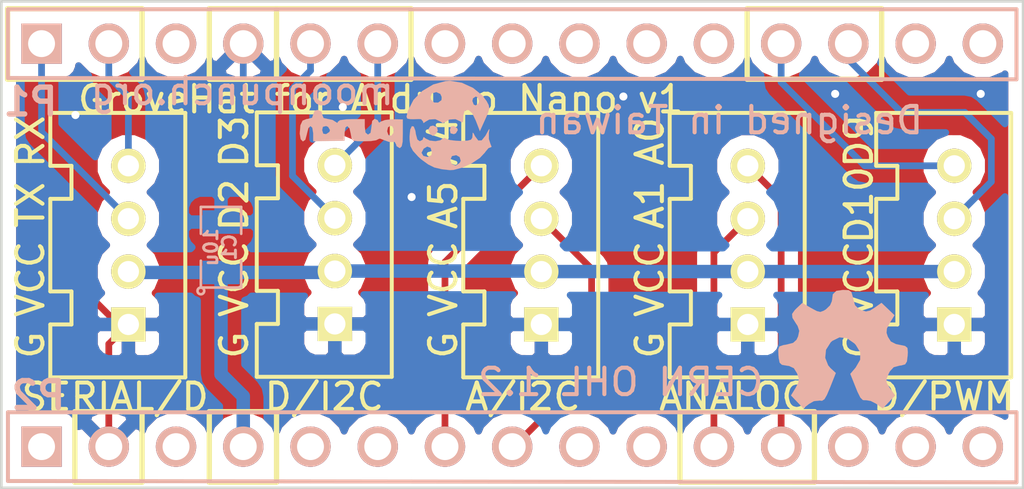
<source format=kicad_pcb>
(kicad_pcb (version 3) (host pcbnew "(2013-may-18)-stable")

  (general
    (links 23)
    (no_connects 0)
    (area 130.295229 96.5964 170.629 116.919001)
    (thickness 1.6)
    (drawings 60)
    (tracks 73)
    (zones 0)
    (modules 10)
    (nets 13)
  )

  (page A3)
  (layers
    (15 F.Cu signal)
    (0 B.Cu signal)
    (16 B.Adhes user)
    (17 F.Adhes user)
    (18 B.Paste user)
    (19 F.Paste user)
    (20 B.SilkS user hide)
    (21 F.SilkS user)
    (22 B.Mask user)
    (23 F.Mask user)
    (28 Edge.Cuts user)
  )

  (setup
    (last_trace_width 0.254)
    (trace_clearance 0.1524)
    (zone_clearance 0.508)
    (zone_45_only no)
    (trace_min 0.15)
    (segment_width 0.2)
    (edge_width 0.1)
    (via_size 0.4572)
    (via_drill 0.3048)
    (via_min_size 0.4)
    (via_min_drill 0.3)
    (uvia_size 0.508)
    (uvia_drill 0.127)
    (uvias_allowed no)
    (uvia_min_size 0.508)
    (uvia_min_drill 0.127)
    (pcb_text_width 0.3)
    (pcb_text_size 1.5 1.5)
    (mod_edge_width 0.15)
    (mod_text_size 1 1)
    (mod_text_width 0.15)
    (pad_size 1.524 2.032)
    (pad_drill 0)
    (pad_to_mask_clearance 0)
    (aux_axis_origin 0 0)
    (visible_elements FFFFFFBF)
    (pcbplotparams
      (layerselection 284196865)
      (usegerberextensions true)
      (excludeedgelayer true)
      (linewidth 0.150000)
      (plotframeref false)
      (viasonmask false)
      (mode 1)
      (useauxorigin false)
      (hpglpennumber 1)
      (hpglpenspeed 20)
      (hpglpendiameter 15)
      (hpglpenoverlay 2)
      (psnegative false)
      (psa4output false)
      (plotreference true)
      (plotvalue true)
      (plotothertext true)
      (plotinvisibletext false)
      (padsonsilk false)
      (subtractmaskfromsilk false)
      (outputformat 1)
      (mirror false)
      (drillshape 0)
      (scaleselection 1)
      (outputdirectory Gerber/))
  )

  (net 0 "")
  (net 1 /A0)
  (net 2 /A1)
  (net 3 /D10)
  (net 4 /D9)
  (net 5 /RX/D0)
  (net 6 /SCL/A5)
  (net 7 /SCL/D3)
  (net 8 /SDA/A4)
  (net 9 /SDA/D2)
  (net 10 /TX/D1)
  (net 11 GND)
  (net 12 VCC)

  (net_class Default "This is the default net class."
    (clearance 0.1524)
    (trace_width 0.254)
    (via_dia 0.4572)
    (via_drill 0.3048)
    (uvia_dia 0.508)
    (uvia_drill 0.127)
    (add_net "")
    (add_net /A0)
    (add_net /A1)
    (add_net /D10)
    (add_net /D9)
    (add_net /RX/D0)
    (add_net /SCL/A5)
    (add_net /SCL/D3)
    (add_net /SDA/A4)
    (add_net /SDA/D2)
    (add_net /TX/D1)
    (add_net GND)
  )

  (net_class Power ""
    (clearance 0.254)
    (trace_width 0.508)
    (via_dia 0.4572)
    (via_drill 0.3048)
    (uvia_dia 0.508)
    (uvia_drill 0.127)
    (add_net VCC)
  )

  (module TWIG_2.0 (layer F.Cu) (tedit 55FE6274) (tstamp 55FD7F73)
    (at 143.3 107.6 90)
    (descr "Seeed Grove connector")
    (tags CONN)
    (path /55FD7702)
    (fp_text reference P3 (at -4.2 -3.6 90) (layer F.SilkS) hide
      (effects (font (size 1 1) (thickness 0.15)))
    )
    (fp_text value CONN_4 (at 3.15 3.1 90) (layer F.SilkS) hide
      (effects (font (size 1 1) (thickness 0.15)))
    )
    (fp_line (start -5 -2.95) (end -5 2.15) (layer F.SilkS) (width 0.15))
    (fp_line (start -5 2.15) (end 5 2.15) (layer F.SilkS) (width 0.15))
    (fp_line (start 5 2.15) (end 5 -2.95) (layer F.SilkS) (width 0.15))
    (fp_line (start 5 -2.95) (end 3 -2.95) (layer F.SilkS) (width 0.15))
    (fp_line (start 3 -2.95) (end 3 -2.15) (layer F.SilkS) (width 0.15))
    (fp_line (start 3 -2.15) (end 1.75 -2.15) (layer F.SilkS) (width 0.15))
    (fp_line (start 1.75 -2.15) (end 1.75 -2.95) (layer F.SilkS) (width 0.15))
    (fp_line (start 1.75 -2.95) (end -1.75 -2.95) (layer F.SilkS) (width 0.15))
    (fp_line (start -1.75 -2.95) (end -1.75 -2.15) (layer F.SilkS) (width 0.15))
    (fp_line (start -1.75 -2.15) (end -3 -2.15) (layer F.SilkS) (width 0.15))
    (fp_line (start -3 -2.15) (end -3 -2.95) (layer F.SilkS) (width 0.15))
    (fp_line (start -3 -2.95) (end -5 -2.95) (layer F.SilkS) (width 0.15))
    (pad 1 thru_hole rect (at -3 0 90) (size 1.3 1.3) (drill 0.8)
      (layers *.Cu *.Mask F.SilkS)
      (net 11 GND)
    )
    (pad 2 thru_hole circle (at -1 0 90) (size 1.3 1.3) (drill 0.8)
      (layers *.Cu *.Mask F.SilkS)
      (net 12 VCC)
    )
    (pad 3 thru_hole circle (at 1 0 90) (size 1.3 1.3) (drill 0.8)
      (layers *.Cu *.Mask F.SilkS)
      (net 9 /SDA/D2)
    )
    (pad 4 thru_hole circle (at 3 0 90) (size 1.3 1.3) (drill 0.8)
      (layers *.Cu *.Mask F.SilkS)
      (net 7 /SCL/D3)
    )
  )

  (module TWIG_2.0 (layer F.Cu) (tedit 55FE6270) (tstamp 55FD7F87)
    (at 135.5 107.62 90)
    (descr "Seeed Grove connector")
    (tags CONN)
    (path /55FD7711)
    (fp_text reference P4 (at -4.18 -3.6 90) (layer F.SilkS) hide
      (effects (font (size 1 1) (thickness 0.15)))
    )
    (fp_text value CONN_4 (at 3.15 3.1 90) (layer F.SilkS) hide
      (effects (font (size 1 1) (thickness 0.15)))
    )
    (fp_line (start -5 -2.95) (end -5 2.15) (layer F.SilkS) (width 0.15))
    (fp_line (start -5 2.15) (end 5 2.15) (layer F.SilkS) (width 0.15))
    (fp_line (start 5 2.15) (end 5 -2.95) (layer F.SilkS) (width 0.15))
    (fp_line (start 5 -2.95) (end 3 -2.95) (layer F.SilkS) (width 0.15))
    (fp_line (start 3 -2.95) (end 3 -2.15) (layer F.SilkS) (width 0.15))
    (fp_line (start 3 -2.15) (end 1.75 -2.15) (layer F.SilkS) (width 0.15))
    (fp_line (start 1.75 -2.15) (end 1.75 -2.95) (layer F.SilkS) (width 0.15))
    (fp_line (start 1.75 -2.95) (end -1.75 -2.95) (layer F.SilkS) (width 0.15))
    (fp_line (start -1.75 -2.95) (end -1.75 -2.15) (layer F.SilkS) (width 0.15))
    (fp_line (start -1.75 -2.15) (end -3 -2.15) (layer F.SilkS) (width 0.15))
    (fp_line (start -3 -2.15) (end -3 -2.95) (layer F.SilkS) (width 0.15))
    (fp_line (start -3 -2.95) (end -5 -2.95) (layer F.SilkS) (width 0.15))
    (pad 1 thru_hole rect (at -3 0 90) (size 1.3 1.3) (drill 0.8)
      (layers *.Cu *.Mask F.SilkS)
      (net 11 GND)
    )
    (pad 2 thru_hole circle (at -1 0 90) (size 1.3 1.3) (drill 0.8)
      (layers *.Cu *.Mask F.SilkS)
      (net 12 VCC)
    )
    (pad 3 thru_hole circle (at 1 0 90) (size 1.3 1.3) (drill 0.8)
      (layers *.Cu *.Mask F.SilkS)
      (net 10 /TX/D1)
    )
    (pad 4 thru_hole circle (at 3 0 90) (size 1.3 1.3) (drill 0.8)
      (layers *.Cu *.Mask F.SilkS)
      (net 5 /RX/D0)
    )
  )

  (module TWIG_2.0 (layer F.Cu) (tedit 55FE6284) (tstamp 55FD7F9B)
    (at 166.7 107.62 90)
    (descr "Seeed Grove connector")
    (tags CONN)
    (path /55FD8111)
    (fp_text reference P5 (at -4.18 -3.7 90) (layer F.SilkS) hide
      (effects (font (size 1 1) (thickness 0.15)))
    )
    (fp_text value CONN_4 (at 3.15 3.1 90) (layer F.SilkS) hide
      (effects (font (size 1 1) (thickness 0.15)))
    )
    (fp_line (start -5 -2.95) (end -5 2.15) (layer F.SilkS) (width 0.15))
    (fp_line (start -5 2.15) (end 5 2.15) (layer F.SilkS) (width 0.15))
    (fp_line (start 5 2.15) (end 5 -2.95) (layer F.SilkS) (width 0.15))
    (fp_line (start 5 -2.95) (end 3 -2.95) (layer F.SilkS) (width 0.15))
    (fp_line (start 3 -2.95) (end 3 -2.15) (layer F.SilkS) (width 0.15))
    (fp_line (start 3 -2.15) (end 1.75 -2.15) (layer F.SilkS) (width 0.15))
    (fp_line (start 1.75 -2.15) (end 1.75 -2.95) (layer F.SilkS) (width 0.15))
    (fp_line (start 1.75 -2.95) (end -1.75 -2.95) (layer F.SilkS) (width 0.15))
    (fp_line (start -1.75 -2.95) (end -1.75 -2.15) (layer F.SilkS) (width 0.15))
    (fp_line (start -1.75 -2.15) (end -3 -2.15) (layer F.SilkS) (width 0.15))
    (fp_line (start -3 -2.15) (end -3 -2.95) (layer F.SilkS) (width 0.15))
    (fp_line (start -3 -2.95) (end -5 -2.95) (layer F.SilkS) (width 0.15))
    (pad 1 thru_hole rect (at -3 0 90) (size 1.3 1.3) (drill 0.8)
      (layers *.Cu *.Mask F.SilkS)
      (net 11 GND)
    )
    (pad 2 thru_hole circle (at -1 0 90) (size 1.3 1.3) (drill 0.8)
      (layers *.Cu *.Mask F.SilkS)
      (net 12 VCC)
    )
    (pad 3 thru_hole circle (at 1 0 90) (size 1.3 1.3) (drill 0.8)
      (layers *.Cu *.Mask F.SilkS)
      (net 3 /D10)
    )
    (pad 4 thru_hole circle (at 3 0 90) (size 1.3 1.3) (drill 0.8)
      (layers *.Cu *.Mask F.SilkS)
      (net 4 /D9)
    )
  )

  (module PIN_ARRAY_15x1 (layer B.Cu) (tedit 55FE6297) (tstamp 55FD80D3)
    (at 150 100)
    (descr "Double rangee de contacts 15 x 1 pins")
    (tags CONN)
    (path /55FD7AE4)
    (fp_text reference P1 (at -18.2 2.2) (layer B.SilkS)
      (effects (font (size 1.016 1.016) (thickness 0.2032)) (justify mirror))
    )
    (fp_text value CONN_15 (at 0 -2.54) (layer B.SilkS) hide
      (effects (font (size 1.016 1.016) (thickness 0.2032)) (justify mirror))
    )
    (fp_line (start -19.05 1.3) (end 19.05 1.35) (layer B.SilkS) (width 0.15))
    (fp_line (start 19.05 1.35) (end 19.05 -1.3) (layer B.SilkS) (width 0.15))
    (fp_line (start 19.05 -1.3) (end -19.05 -1.3) (layer B.SilkS) (width 0.15))
    (fp_line (start -19.05 -1.3) (end -19.05 1.3) (layer B.SilkS) (width 0.15))
    (pad 1 thru_hole rect (at -17.78 0) (size 1.524 1.524) (drill 1.016)
      (layers *.Cu *.Mask B.SilkS)
      (net 10 /TX/D1)
    )
    (pad 2 thru_hole circle (at -15.24 0) (size 1.524 1.524) (drill 1.016)
      (layers *.Cu *.Mask B.SilkS)
      (net 5 /RX/D0)
    )
    (pad 3 thru_hole circle (at -12.7 0) (size 1.524 1.524) (drill 1.016)
      (layers *.Cu *.Mask B.SilkS)
    )
    (pad 4 thru_hole circle (at -10.16 0) (size 1.524 1.524) (drill 1.016)
      (layers *.Cu *.Mask B.SilkS)
      (net 11 GND)
    )
    (pad 5 thru_hole circle (at -7.62 0) (size 1.524 1.524) (drill 1.016)
      (layers *.Cu *.Mask B.SilkS)
      (net 9 /SDA/D2)
    )
    (pad 6 thru_hole circle (at -5.08 0) (size 1.524 1.524) (drill 1.016)
      (layers *.Cu *.Mask B.SilkS)
      (net 7 /SCL/D3)
    )
    (pad 7 thru_hole circle (at -2.54 0) (size 1.524 1.524) (drill 1.016)
      (layers *.Cu *.Mask B.SilkS)
    )
    (pad 8 thru_hole circle (at 0 0) (size 1.524 1.524) (drill 1.016)
      (layers *.Cu *.Mask B.SilkS)
    )
    (pad 9 thru_hole circle (at 2.54 0) (size 1.524 1.524) (drill 1.016)
      (layers *.Cu *.Mask B.SilkS)
    )
    (pad 10 thru_hole circle (at 5.08 0) (size 1.524 1.524) (drill 1.016)
      (layers *.Cu *.Mask B.SilkS)
    )
    (pad 11 thru_hole circle (at 7.62 0) (size 1.524 1.524) (drill 1.016)
      (layers *.Cu *.Mask B.SilkS)
    )
    (pad 12 thru_hole circle (at 10.16 0) (size 1.524 1.524) (drill 1.016)
      (layers *.Cu *.Mask B.SilkS)
      (net 4 /D9)
    )
    (pad 13 thru_hole circle (at 12.7 0) (size 1.524 1.524) (drill 1.016)
      (layers *.Cu *.Mask B.SilkS)
      (net 3 /D10)
    )
    (pad 14 thru_hole circle (at 15.24 0) (size 1.524 1.524) (drill 1.016)
      (layers *.Cu *.Mask B.SilkS)
    )
    (pad 15 thru_hole circle (at 17.78 0) (size 1.524 1.524) (drill 1.016)
      (layers *.Cu *.Mask B.SilkS)
    )
  )

  (module PIN_ARRAY_15x1 (layer B.Cu) (tedit 55FE628F) (tstamp 55FD7FD5)
    (at 150 115.24)
    (descr "Double rangee de contacts 15 x 1 pins")
    (tags CONN)
    (path /55FD7AF3)
    (fp_text reference P2 (at -17.9 -1.94) (layer B.SilkS)
      (effects (font (size 1.016 1.016) (thickness 0.2032)) (justify mirror))
    )
    (fp_text value CONN_15 (at 0 -2.54) (layer B.SilkS) hide
      (effects (font (size 1.016 1.016) (thickness 0.2032)) (justify mirror))
    )
    (fp_line (start -19.05 1.3) (end 19.05 1.35) (layer B.SilkS) (width 0.15))
    (fp_line (start 19.05 1.35) (end 19.05 -1.3) (layer B.SilkS) (width 0.15))
    (fp_line (start 19.05 -1.3) (end -19.05 -1.3) (layer B.SilkS) (width 0.15))
    (fp_line (start -19.05 -1.3) (end -19.05 1.3) (layer B.SilkS) (width 0.15))
    (pad 1 thru_hole rect (at -17.78 0) (size 1.524 1.524) (drill 1.016)
      (layers *.Cu *.Mask B.SilkS)
    )
    (pad 2 thru_hole circle (at -15.24 0) (size 1.524 1.524) (drill 1.016)
      (layers *.Cu *.Mask B.SilkS)
      (net 11 GND)
    )
    (pad 3 thru_hole circle (at -12.7 0) (size 1.524 1.524) (drill 1.016)
      (layers *.Cu *.Mask B.SilkS)
    )
    (pad 4 thru_hole circle (at -10.16 0) (size 1.524 1.524) (drill 1.016)
      (layers *.Cu *.Mask B.SilkS)
      (net 12 VCC)
    )
    (pad 5 thru_hole circle (at -7.62 0) (size 1.524 1.524) (drill 1.016)
      (layers *.Cu *.Mask B.SilkS)
    )
    (pad 6 thru_hole circle (at -5.08 0) (size 1.524 1.524) (drill 1.016)
      (layers *.Cu *.Mask B.SilkS)
    )
    (pad 7 thru_hole circle (at -2.54 0) (size 1.524 1.524) (drill 1.016)
      (layers *.Cu *.Mask B.SilkS)
      (net 6 /SCL/A5)
    )
    (pad 8 thru_hole circle (at 0 0) (size 1.524 1.524) (drill 1.016)
      (layers *.Cu *.Mask B.SilkS)
      (net 8 /SDA/A4)
    )
    (pad 9 thru_hole circle (at 2.54 0) (size 1.524 1.524) (drill 1.016)
      (layers *.Cu *.Mask B.SilkS)
    )
    (pad 10 thru_hole circle (at 5.08 0) (size 1.524 1.524) (drill 1.016)
      (layers *.Cu *.Mask B.SilkS)
    )
    (pad 11 thru_hole circle (at 7.62 0) (size 1.524 1.524) (drill 1.016)
      (layers *.Cu *.Mask B.SilkS)
      (net 2 /A1)
    )
    (pad 12 thru_hole circle (at 10.16 0) (size 1.524 1.524) (drill 1.016)
      (layers *.Cu *.Mask B.SilkS)
      (net 1 /A0)
    )
    (pad 13 thru_hole circle (at 12.7 0) (size 1.524 1.524) (drill 1.016)
      (layers *.Cu *.Mask B.SilkS)
    )
    (pad 14 thru_hole circle (at 15.24 0) (size 1.524 1.524) (drill 1.016)
      (layers *.Cu *.Mask B.SilkS)
    )
    (pad 15 thru_hole circle (at 17.78 0) (size 1.524 1.524) (drill 1.016)
      (layers *.Cu *.Mask B.SilkS)
    )
  )

  (module TWIG_2.0 (layer F.Cu) (tedit 55FE627C) (tstamp 55FD84AD)
    (at 158.9 107.62 90)
    (descr "Seeed Grove connector")
    (tags CONN)
    (path /55FD7720)
    (fp_text reference P7 (at -4.18 -3.7 90) (layer F.SilkS) hide
      (effects (font (size 1 1) (thickness 0.15)))
    )
    (fp_text value CONN_4 (at 3.15 3.1 90) (layer F.SilkS) hide
      (effects (font (size 1 1) (thickness 0.15)))
    )
    (fp_line (start -5 -2.95) (end -5 2.15) (layer F.SilkS) (width 0.15))
    (fp_line (start -5 2.15) (end 5 2.15) (layer F.SilkS) (width 0.15))
    (fp_line (start 5 2.15) (end 5 -2.95) (layer F.SilkS) (width 0.15))
    (fp_line (start 5 -2.95) (end 3 -2.95) (layer F.SilkS) (width 0.15))
    (fp_line (start 3 -2.95) (end 3 -2.15) (layer F.SilkS) (width 0.15))
    (fp_line (start 3 -2.15) (end 1.75 -2.15) (layer F.SilkS) (width 0.15))
    (fp_line (start 1.75 -2.15) (end 1.75 -2.95) (layer F.SilkS) (width 0.15))
    (fp_line (start 1.75 -2.95) (end -1.75 -2.95) (layer F.SilkS) (width 0.15))
    (fp_line (start -1.75 -2.95) (end -1.75 -2.15) (layer F.SilkS) (width 0.15))
    (fp_line (start -1.75 -2.15) (end -3 -2.15) (layer F.SilkS) (width 0.15))
    (fp_line (start -3 -2.15) (end -3 -2.95) (layer F.SilkS) (width 0.15))
    (fp_line (start -3 -2.95) (end -5 -2.95) (layer F.SilkS) (width 0.15))
    (pad 1 thru_hole rect (at -3 0 90) (size 1.3 1.3) (drill 0.8)
      (layers *.Cu *.Mask F.SilkS)
      (net 11 GND)
    )
    (pad 2 thru_hole circle (at -1 0 90) (size 1.3 1.3) (drill 0.8)
      (layers *.Cu *.Mask F.SilkS)
      (net 12 VCC)
    )
    (pad 3 thru_hole circle (at 1 0 90) (size 1.3 1.3) (drill 0.8)
      (layers *.Cu *.Mask F.SilkS)
      (net 2 /A1)
    )
    (pad 4 thru_hole circle (at 3 0 90) (size 1.3 1.3) (drill 0.8)
      (layers *.Cu *.Mask F.SilkS)
      (net 1 /A0)
    )
  )

  (module TWIG_2.0 (layer F.Cu) (tedit 55FE6277) (tstamp 55FD84C1)
    (at 151.1 107.62 90)
    (descr "Seeed Grove connector")
    (tags CONN)
    (path /55FD83E8)
    (fp_text reference P6 (at -4.18 -3.7 90) (layer F.SilkS) hide
      (effects (font (size 1 1) (thickness 0.15)))
    )
    (fp_text value CONN_4 (at 3.15 3.1 90) (layer F.SilkS) hide
      (effects (font (size 1 1) (thickness 0.15)))
    )
    (fp_line (start -5 -2.95) (end -5 2.15) (layer F.SilkS) (width 0.15))
    (fp_line (start -5 2.15) (end 5 2.15) (layer F.SilkS) (width 0.15))
    (fp_line (start 5 2.15) (end 5 -2.95) (layer F.SilkS) (width 0.15))
    (fp_line (start 5 -2.95) (end 3 -2.95) (layer F.SilkS) (width 0.15))
    (fp_line (start 3 -2.95) (end 3 -2.15) (layer F.SilkS) (width 0.15))
    (fp_line (start 3 -2.15) (end 1.75 -2.15) (layer F.SilkS) (width 0.15))
    (fp_line (start 1.75 -2.15) (end 1.75 -2.95) (layer F.SilkS) (width 0.15))
    (fp_line (start 1.75 -2.95) (end -1.75 -2.95) (layer F.SilkS) (width 0.15))
    (fp_line (start -1.75 -2.95) (end -1.75 -2.15) (layer F.SilkS) (width 0.15))
    (fp_line (start -1.75 -2.15) (end -3 -2.15) (layer F.SilkS) (width 0.15))
    (fp_line (start -3 -2.15) (end -3 -2.95) (layer F.SilkS) (width 0.15))
    (fp_line (start -3 -2.95) (end -5 -2.95) (layer F.SilkS) (width 0.15))
    (pad 1 thru_hole rect (at -3 0 90) (size 1.3 1.3) (drill 0.8)
      (layers *.Cu *.Mask F.SilkS)
      (net 11 GND)
    )
    (pad 2 thru_hole circle (at -1 0 90) (size 1.3 1.3) (drill 0.8)
      (layers *.Cu *.Mask F.SilkS)
      (net 12 VCC)
    )
    (pad 3 thru_hole circle (at 1 0 90) (size 1.3 1.3) (drill 0.8)
      (layers *.Cu *.Mask F.SilkS)
      (net 8 /SDA/A4)
    )
    (pad 4 thru_hole circle (at 3 0 90) (size 1.3 1.3) (drill 0.8)
      (layers *.Cu *.Mask F.SilkS)
      (net 6 /SCL/A5)
    )
  )

  (module SM0805 (layer B.Cu) (tedit 5091495C) (tstamp 55FE5D74)
    (at 139 107.7 90)
    (path /55FD772F)
    (attr smd)
    (fp_text reference C1 (at 0 0.3175 90) (layer B.SilkS)
      (effects (font (size 0.50038 0.50038) (thickness 0.10922)) (justify mirror))
    )
    (fp_text value 10u (at 0 -0.381 90) (layer B.SilkS)
      (effects (font (size 0.50038 0.50038) (thickness 0.10922)) (justify mirror))
    )
    (fp_circle (center -1.651 -0.762) (end -1.651 -0.635) (layer B.SilkS) (width 0.09906))
    (fp_line (start -0.508 -0.762) (end -1.524 -0.762) (layer B.SilkS) (width 0.09906))
    (fp_line (start -1.524 -0.762) (end -1.524 0.762) (layer B.SilkS) (width 0.09906))
    (fp_line (start -1.524 0.762) (end -0.508 0.762) (layer B.SilkS) (width 0.09906))
    (fp_line (start 0.508 0.762) (end 1.524 0.762) (layer B.SilkS) (width 0.09906))
    (fp_line (start 1.524 0.762) (end 1.524 -0.762) (layer B.SilkS) (width 0.09906))
    (fp_line (start 1.524 -0.762) (end 0.508 -0.762) (layer B.SilkS) (width 0.09906))
    (pad 1 smd rect (at -0.9525 0 90) (size 0.889 1.397)
      (layers B.Cu B.Paste B.Mask)
      (net 12 VCC)
    )
    (pad 2 smd rect (at 0.9525 0 90) (size 0.889 1.397)
      (layers B.Cu B.Paste B.Mask)
      (net 11 GND)
    )
    (model smd/chip_cms.wrl
      (at (xyz 0 0 0))
      (scale (xyz 0.1 0.1 0.1))
      (rotate (xyz 0 0 0))
    )
  )

  (module OSHW (layer B.Cu) (tedit 0) (tstamp 55FE7249)
    (at 162.5 111.6)
    (fp_text reference G*** (at 0 -3.048) (layer B.SilkS) hide
      (effects (font (size 1.524 1.524) (thickness 0.3048)) (justify mirror))
    )
    (fp_text value LOGO (at 0 3.048) (layer B.SilkS) hide
      (effects (font (size 1.524 1.524) (thickness 0.3048)) (justify mirror))
    )
    (fp_poly (pts (xy 2.44602 0.06604) (xy 2.4384 0.19812) (xy 2.41046 0.42164) (xy 2.34442 0.52832)
      (xy 2.1971 0.56896) (xy 2.1336 0.57658) (xy 1.91262 0.635) (xy 1.76784 0.78994)
      (xy 1.71958 0.88392) (xy 1.6383 1.0795) (xy 1.64338 1.2192) (xy 1.7399 1.38684)
      (xy 1.77546 1.4351) (xy 1.96596 1.70434) (xy 1.73228 1.94818) (xy 1.4986 2.19456)
      (xy 1.25222 2.0193) (xy 1.04394 1.91262) (xy 0.86106 1.88214) (xy 0.84582 1.88468)
      (xy 0.74676 1.8796) (xy 0.65278 1.78562) (xy 0.5461 1.57226) (xy 0.48006 1.4097)
      (xy 0.27178 0.889) (xy 0.47498 0.65024) (xy 0.64516 0.3556) (xy 0.6477 0.07366)
      (xy 0.48006 -0.20574) (xy 0.42926 -0.26162) (xy 0.14478 -0.46228) (xy -0.13716 -0.49276)
      (xy -0.40894 -0.35814) (xy -0.4699 -0.30226) (xy -0.64516 -0.0254) (xy -0.67564 0.28194)
      (xy -0.56388 0.56642) (xy -0.47752 0.66802) (xy -0.27432 0.85598) (xy -0.49022 1.39954)
      (xy -0.61214 1.68656) (xy -0.70358 1.84658) (xy -0.79248 1.905) (xy -0.88646 1.89738)
      (xy -1.10236 1.92024) (xy -1.2827 2.02184) (xy -1.50114 2.19202) (xy -1.73482 1.94818)
      (xy -1.9685 1.70434) (xy -1.79578 1.4224) (xy -1.6891 1.2192) (xy -1.67386 1.05918)
      (xy -1.73736 0.87122) (xy -1.85928 0.6731) (xy -2.04216 0.58928) (xy -2.1336 0.57658)
      (xy -2.3114 0.5461) (xy -2.39776 0.46482) (xy -2.43332 0.28448) (xy -2.44094 0.1905)
      (xy -2.44856 -0.03556) (xy -2.40538 -0.14732) (xy -2.26314 -0.19812) (xy -2.12852 -0.22098)
      (xy -1.88976 -0.28194) (xy -1.76022 -0.39878) (xy -1.69926 -0.52832) (xy -1.65608 -0.73914)
      (xy -1.71704 -0.92202) (xy -1.78054 -1.01854) (xy -1.91262 -1.22936) (xy -1.92786 -1.37668)
      (xy -1.82626 -1.52146) (xy -1.74498 -1.60274) (xy -1.54178 -1.79324) (xy -1.2065 -1.6002)
      (xy -0.99314 -1.4859) (xy -0.85852 -1.45288) (xy -0.73406 -1.4986) (xy -0.6477 -1.55194)
      (xy -0.49022 -1.70434) (xy -0.42418 -1.85928) (xy -0.38862 -2.11836) (xy -0.25654 -2.25044)
      (xy -0.00254 -2.286) (xy 0 -2.286) (xy 0.21082 -2.27584) (xy 0.31242 -2.20726)
      (xy 0.36576 -2.032) (xy 0.37846 -1.9558) (xy 0.44958 -1.70942) (xy 0.58674 -1.56972)
      (xy 0.67818 -1.524) (xy 0.8636 -1.47066) (xy 1.02108 -1.50622) (xy 1.18618 -1.61036)
      (xy 1.45034 -1.79832) (xy 1.69672 -1.56464) (xy 1.9431 -1.32842) (xy 1.7653 -1.0414)
      (xy 1.65608 -0.83058) (xy 1.64084 -0.66548) (xy 1.69164 -0.51308) (xy 1.8034 -0.33528)
      (xy 1.9939 -0.23876) (xy 2.12852 -0.21082) (xy 2.33934 -0.16764) (xy 2.43078 -0.09398)
      (xy 2.44602 0.06604) (xy 2.44602 0.06604)) (layer B.SilkS) (width 0.00254))
  )

  (module LOGO (layer B.Cu) (tedit 0) (tstamp 55FE732F)
    (at 145.7 103.1)
    (fp_text reference G*** (at 0 -2.62382) (layer B.SilkS) hide
      (effects (font (size 1.524 1.524) (thickness 0.3048)) (justify mirror))
    )
    (fp_text value LOGO (at 0 2.62382) (layer B.SilkS) hide
      (effects (font (size 1.524 1.524) (thickness 0.3048)) (justify mirror))
    )
    (fp_poly (pts (xy 3.52044 0.8001) (xy 3.49504 0.81788) (xy 3.4036 0.8509) (xy 3.28676 0.9906)
      (xy 3.27406 1.01346) (xy 3.07848 1.22174) (xy 2.77622 1.4224) (xy 2.42824 1.58496)
      (xy 2.35458 1.60274) (xy 2.35458 1.33096) (xy 2.31394 1.18872) (xy 2.1844 1.1176)
      (xy 2.03454 1.14808) (xy 2.01422 1.1684) (xy 1.95834 1.31318) (xy 2.01676 1.45034)
      (xy 2.14884 1.5113) (xy 2.17678 1.50876) (xy 2.31902 1.4097) (xy 2.35458 1.33096)
      (xy 2.35458 1.60274) (xy 2.09296 1.67386) (xy 1.95072 1.68402) (xy 1.64846 1.651)
      (xy 1.35636 1.58242) (xy 1.27 1.53924) (xy 1.27 1.02108) (xy 1.21666 0.84074)
      (xy 1.08966 0.79248) (xy 0.95504 0.87122) (xy 0.87376 1.02616) (xy 0.94234 1.14554)
      (xy 1.1049 1.18618) (xy 1.24206 1.12268) (xy 1.27 1.02108) (xy 1.27 1.53924)
      (xy 1.12268 1.46558) (xy 0.86106 1.27508) (xy 0.74422 1.1684) (xy 0.55118 0.95504)
      (xy 0.45466 0.7747) (xy 0.42418 0.54356) (xy 0.42164 0.41656) (xy 0.44704 0.1524)
      (xy 0.508 0.02286) (xy 0.57912 0.03302) (xy 0.64262 0.19558) (xy 0.6604 0.32258)
      (xy 0.71628 0.52578) (xy 0.80772 0.59182) (xy 0.91694 0.53594) (xy 0.92964 0.49022)
      (xy 0.95504 0.4318) (xy 1.03124 0.49022) (xy 1.18872 0.56642) (xy 1.40208 0.58928)
      (xy 1.5875 0.55372) (xy 1.65354 0.50292) (xy 1.75006 0.46228) (xy 1.80848 0.49784)
      (xy 1.94564 0.5461) (xy 2.18694 0.57404) (xy 2.35204 0.57912) (xy 2.61112 0.56896)
      (xy 2.7432 0.5334) (xy 2.794 0.45466) (xy 2.79908 0.3937) (xy 2.8067 0.2667)
      (xy 2.83972 0.28956) (xy 2.8956 0.40132) (xy 3.01752 0.56388) (xy 3.14706 0.5588)
      (xy 3.2893 0.38354) (xy 3.32486 0.3175) (xy 3.41376 0.1524) (xy 3.4417 0.13208)
      (xy 3.42138 0.25146) (xy 3.41884 0.2667) (xy 3.41884 0.51054) (xy 3.47218 0.67818)
      (xy 3.52044 0.8001) (xy 3.52044 0.8001)) (layer B.SilkS) (width 0.00254))
    (fp_poly (pts (xy 0.16764 0.3048) (xy 0.16002 0.61214) (xy 0.127 0.77978) (xy 0.06604 0.84328)
      (xy 0.04064 0.84582) (xy -0.06858 0.77724) (xy -0.08636 0.7112) (xy -0.1397 0.61468)
      (xy -0.17018 0.61468) (xy -0.17018 0.1651) (xy -0.22606 0.03048) (xy -0.29718 0)
      (xy -0.3937 0.06604) (xy -0.42672 0.21336) (xy -0.37846 0.35306) (xy -0.37084 0.36322)
      (xy -0.26924 0.38608) (xy -0.1905 0.28194) (xy -0.17018 0.1651) (xy -0.17018 0.61468)
      (xy -0.2032 0.61976) (xy -0.35814 0.61468) (xy -0.54102 0.54864) (xy -0.69596 0.49022)
      (xy -0.762 0.51054) (xy -0.762 0.51308) (xy -0.84074 0.55372) (xy -1.03886 0.5842)
      (xy -1.26492 0.59182) (xy -1.54432 0.58928) (xy -1.69926 0.56388) (xy -1.7653 0.4953)
      (xy -1.7907 0.36322) (xy -1.79578 0.32258) (xy -1.84658 0.10414) (xy -1.92786 0.01778)
      (xy -1.99898 0.07112) (xy -2.032 0.27178) (xy -2.032 0.2794) (xy -2.03454 0.57404)
      (xy -2.58318 0.57912) (xy -2.58318 0.17018) (xy -2.6543 0.04826) (xy -2.7305 0.01524)
      (xy -2.85242 0.04572) (xy -2.88036 0.17018) (xy -2.83718 0.30734) (xy -2.7305 0.32258)
      (xy -2.60604 0.23876) (xy -2.58318 0.17018) (xy -2.58318 0.57912) (xy -2.62636 0.58166)
      (xy -3.21818 0.59182) (xy -3.21818 0.28956) (xy -3.2512 0.07874) (xy -3.32232 0.01778)
      (xy -3.40106 0.09652) (xy -3.45694 0.31496) (xy -3.45694 0.32258) (xy -3.51536 0.53594)
      (xy -3.6068 0.59944) (xy -3.69062 0.51562) (xy -3.72618 0.30226) (xy -3.70078 -0.0127)
      (xy -3.6195 -0.18796) (xy -3.46202 -0.25146) (xy -3.42138 -0.254) (xy -3.25882 -0.29718)
      (xy -3.21818 -0.42418) (xy -3.15976 -0.56642) (xy -3.048 -0.59182) (xy -2.9083 -0.5334)
      (xy -2.88036 -0.42418) (xy -2.82702 -0.28702) (xy -2.68478 -0.254) (xy -2.48666 -0.21336)
      (xy -2.39014 -0.1524) (xy -2.30378 -0.09906) (xy -2.286 -0.14478) (xy -2.20726 -0.2032)
      (xy -1.9812 -0.23622) (xy -1.778 -0.24384) (xy -1.27 -0.24638) (xy -1.27 0.04572)
      (xy -1.24206 0.26416) (xy -1.15316 0.33782) (xy -1.143 0.33782) (xy -1.05156 0.27432)
      (xy -1.01854 0.06858) (xy -1.016 0.04318) (xy -0.9906 -0.1778) (xy -0.9017 -0.254)
      (xy -0.889 -0.254) (xy -0.77724 -0.2032) (xy -0.762 -0.16002) (xy -0.72644 -0.10922)
      (xy -0.65532 -0.15494) (xy -0.50546 -0.21082) (xy -0.26924 -0.23876) (xy -0.18796 -0.23876)
      (xy 0.16764 -0.23368) (xy 0.16764 0.3048) (xy 0.16764 0.3048)) (layer B.SilkS) (width 0.00254))
    (fp_poly (pts (xy 1.48844 0.19304) (xy 1.41986 0.30734) (xy 1.3081 0.38862) (xy 1.21158 0.3302)
      (xy 1.19126 0.3048) (xy 1.1303 0.14224) (xy 1.20396 0.0254) (xy 1.31064 0)
      (xy 1.45796 0.05842) (xy 1.48844 0.19304) (xy 1.48844 0.19304)) (layer B.SilkS) (width 0.00254))
    (fp_poly (pts (xy 2.24282 0.17018) (xy 2.1717 0.28956) (xy 2.0955 0.32258) (xy 1.97358 0.2921)
      (xy 1.94564 0.17018) (xy 1.98882 0.03048) (xy 2.0955 0.01524) (xy 2.21996 0.09906)
      (xy 2.24282 0.17018) (xy 2.24282 0.17018)) (layer B.SilkS) (width 0.00254))
    (fp_poly (pts (xy 3.43408 -0.65024) (xy 3.3909 -0.49022) (xy 3.27914 -0.23368) (xy 3.07848 0.21082)
      (xy 3.048 0.12954) (xy 3.048 -0.93218) (xy 2.99466 -1.06934) (xy 2.921 -1.09982)
      (xy 2.81686 -1.03124) (xy 2.794 -0.93218) (xy 2.8448 -0.79502) (xy 2.921 -0.762)
      (xy 3.0226 -0.83312) (xy 3.048 -0.93218) (xy 3.048 0.12954) (xy 2.92354 -0.1905)
      (xy 2.794 -0.46228) (xy 2.66446 -0.5842) (xy 2.61112 -0.59182) (xy 2.49682 -0.55118)
      (xy 2.45618 -0.39624) (xy 2.45364 -0.32258) (xy 2.44094 -0.14732) (xy 2.39268 -0.11938)
      (xy 2.35204 -0.1524) (xy 2.159 -0.24384) (xy 1.9304 -0.23114) (xy 1.79324 -0.1524)
      (xy 1.67894 -0.09398) (xy 1.651 -0.1143) (xy 1.651 -1.05664) (xy 1.58242 -1.20142)
      (xy 1.43002 -1.26746) (xy 1.27254 -1.22174) (xy 1.2573 -1.20904) (xy 1.21666 -1.07188)
      (xy 1.23444 -0.98298) (xy 1.3462 -0.87376) (xy 1.4986 -0.86868) (xy 1.62306 -0.95758)
      (xy 1.651 -1.05664) (xy 1.651 -0.1143) (xy 1.59004 -0.1524) (xy 1.397 -0.24384)
      (xy 1.1684 -0.23114) (xy 1.03124 -0.1524) (xy 0.94742 -0.09398) (xy 0.92964 -0.15748)
      (xy 0.86106 -0.2413) (xy 0.78232 -0.24892) (xy 0.5715 -0.2413) (xy 0.45212 -0.24384)
      (xy 0.33782 -0.26416) (xy 0.30734 -0.33782) (xy 0.34798 -0.51308) (xy 0.36576 -0.5715)
      (xy 0.5715 -0.97282) (xy 0.90424 -1.31064) (xy 1.3208 -1.55702) (xy 1.78308 -1.68148)
      (xy 1.9558 -1.69418) (xy 2.39522 -1.62052) (xy 2.82194 -1.42494) (xy 3.17754 -1.13538)
      (xy 3.33248 -0.9271) (xy 3.41122 -0.77724) (xy 3.43408 -0.65024) (xy 3.43408 -0.65024)) (layer B.SilkS) (width 0.00254))
  )

  (gr_line (start 138.557 101.346) (end 141.097 101.346) (angle 90) (layer F.SilkS) (width 0.2))
  (gr_line (start 138.557 98.679) (end 138.557 101.346) (angle 90) (layer F.SilkS) (width 0.2))
  (gr_line (start 141.097 98.679) (end 138.557 98.679) (angle 90) (layer F.SilkS) (width 0.2))
  (gr_line (start 138.557 116.586) (end 138.557 113.919) (angle 90) (layer F.SilkS) (width 0.2))
  (gr_line (start 141.097 116.586) (end 138.557 116.586) (angle 90) (layer F.SilkS) (width 0.2))
  (gr_line (start 141.097 113.919) (end 141.097 116.586) (angle 90) (layer F.SilkS) (width 0.2))
  (gr_line (start 138.557 113.919) (end 141.097 113.919) (angle 90) (layer F.SilkS) (width 0.2))
  (gr_line (start 136.017 116.586) (end 133.477 116.586) (angle 90) (layer F.SilkS) (width 0.2))
  (gr_line (start 136.017 113.919) (end 136.017 116.586) (angle 90) (layer F.SilkS) (width 0.2))
  (gr_line (start 133.477 113.919) (end 136.017 113.919) (angle 90) (layer F.SilkS) (width 0.2))
  (gr_line (start 133.477 116.586) (end 133.477 113.919) (angle 90) (layer F.SilkS) (width 0.2))
  (gr_line (start 161.417 116.586) (end 156.337 116.586) (angle 90) (layer F.SilkS) (width 0.2))
  (gr_line (start 161.417 113.919) (end 161.417 116.586) (angle 90) (layer F.SilkS) (width 0.2))
  (gr_line (start 156.337 113.919) (end 161.417 113.919) (angle 90) (layer F.SilkS) (width 0.2))
  (gr_line (start 156.337 116.586) (end 156.337 113.919) (angle 90) (layer F.SilkS) (width 0.2))
  (gr_line (start 163.957 101.346) (end 158.877 101.346) (angle 90) (layer F.SilkS) (width 0.2))
  (gr_line (start 163.957 98.679) (end 163.957 101.346) (angle 90) (layer F.SilkS) (width 0.2))
  (gr_line (start 158.877 98.679) (end 163.957 98.679) (angle 90) (layer F.SilkS) (width 0.2))
  (gr_line (start 158.877 101.346) (end 158.877 98.679) (angle 90) (layer F.SilkS) (width 0.2))
  (gr_line (start 141.097 101.346) (end 141.097 98.679) (angle 90) (layer F.SilkS) (width 0.2))
  (gr_line (start 146.177 101.346) (end 141.097 101.346) (angle 90) (layer F.SilkS) (width 0.2))
  (gr_line (start 146.177 98.679) (end 146.177 101.346) (angle 90) (layer F.SilkS) (width 0.2))
  (gr_line (start 141.097 98.679) (end 146.177 98.679) (angle 90) (layer F.SilkS) (width 0.2))
  (gr_line (start 130.937 101.346) (end 130.937 98.679) (angle 90) (layer F.SilkS) (width 0.2))
  (gr_line (start 136.017 101.346) (end 130.937 101.346) (angle 90) (layer F.SilkS) (width 0.2))
  (gr_line (start 136.017 98.679) (end 136.017 101.346) (angle 90) (layer F.SilkS) (width 0.2))
  (gr_line (start 130.937 98.679) (end 136.017 98.679) (angle 90) (layer F.SilkS) (width 0.2))
  (gr_text moonpunch.org (at 139.8 101.8) (layer B.SilkS)
    (effects (font (size 1 1) (thickness 0.154)) (justify mirror))
  )
  (gr_text "Designed in Taiwan" (at 158.2 102.9) (layer B.SilkS)
    (effects (font (size 1 1) (thickness 0.154)) (justify mirror))
  )
  (gr_text "GroveHat for Arduino Nano v1" (at 145.034 102.108) (layer F.SilkS)
    (effects (font (size 1 1) (thickness 0.154)))
  )
  (gr_text "CERN OHL 1.2" (at 154.1 112.8) (layer B.SilkS)
    (effects (font (size 1 1) (thickness 0.154)) (justify mirror))
  )
  (gr_text SERIAL/D (at 135 113.3602) (layer F.SilkS)
    (effects (font (size 1 1) (thickness 0.154)))
  )
  (gr_text D/I2C (at 142.9 113.3602) (layer F.SilkS)
    (effects (font (size 1 1) (thickness 0.154)))
  )
  (gr_text A/I2C (at 150.4 113.3602) (layer F.SilkS)
    (effects (font (size 1 1) (thickness 0.154)))
  )
  (gr_text ANALOG (at 158.369 113.3602) (layer F.SilkS)
    (effects (font (size 1 1) (thickness 0.154)))
  )
  (gr_text D/PWM (at 166.3 113.3602) (layer F.SilkS)
    (effects (font (size 1 1) (thickness 0.154)))
  )
  (gr_text D10 (at 163.1 106.1 90) (layer F.SilkS)
    (effects (font (size 1 1) (thickness 0.154)))
  )
  (gr_text D9 (at 163.1 103.7 90) (layer F.SilkS)
    (effects (font (size 1 1) (thickness 0.154)))
  )
  (gr_text A1 (at 155.2 106.1 90) (layer F.SilkS)
    (effects (font (size 1 1) (thickness 0.154)))
  )
  (gr_text A0 (at 155.2 103.7 90) (layer F.SilkS)
    (effects (font (size 1 1) (thickness 0.154)))
  )
  (gr_text A5 (at 147.4 106.1 90) (layer F.SilkS)
    (effects (font (size 1 1) (thickness 0.154)))
  )
  (gr_text A4 (at 147.4 103.7 90) (layer F.SilkS)
    (effects (font (size 1 1) (thickness 0.154)))
  )
  (gr_text D3 (at 139.5 103.7 90) (layer F.SilkS)
    (effects (font (size 1 1) (thickness 0.154)))
  )
  (gr_text D2 (at 139.5 106.1 90) (layer F.SilkS)
    (effects (font (size 1 1) (thickness 0.154)))
  )
  (gr_text G (at 163.1 111.4 90) (layer F.SilkS)
    (effects (font (size 1 1) (thickness 0.1524)))
  )
  (gr_text G (at 155.2 111.4 90) (layer F.SilkS)
    (effects (font (size 1 1) (thickness 0.1524)))
  )
  (gr_text G (at 147.4 111.4 90) (layer F.SilkS)
    (effects (font (size 1 1) (thickness 0.1524)))
  )
  (gr_text G (at 139.5 111.4 90) (layer F.SilkS)
    (effects (font (size 1 1) (thickness 0.1524)))
  )
  (gr_text G (at 131.8 111.4 90) (layer F.SilkS)
    (effects (font (size 1 1) (thickness 0.1524)))
  )
  (gr_text TX (at 131.8 106.1 90) (layer F.SilkS)
    (effects (font (size 1 1) (thickness 0.1524)))
  )
  (gr_text RX (at 131.8 103.7 90) (layer F.SilkS)
    (effects (font (size 1 1) (thickness 0.1524)))
  )
  (gr_text VCC (at 163.1 108.9 90) (layer F.SilkS)
    (effects (font (size 1 1) (thickness 0.1524)))
  )
  (gr_text VCC (at 155.2 108.9 90) (layer F.SilkS)
    (effects (font (size 1 1) (thickness 0.1524)))
  )
  (gr_text VCC (at 147.4 108.9 90) (layer F.SilkS)
    (effects (font (size 1 1) (thickness 0.1524)))
  )
  (gr_text VCC (at 139.5 108.9 90) (layer F.SilkS)
    (effects (font (size 1 1) (thickness 0.1524)))
  )
  (gr_text VCC (at 131.8 108.9 90) (layer F.SilkS)
    (effects (font (size 1 1) (thickness 0.1524)))
  )
  (gr_line (start 130.7 116.8) (end 130.7 98.4) (angle 90) (layer Edge.Cuts) (width 0.1))
  (gr_line (start 169.3 116.8) (end 130.7 116.8) (angle 90) (layer Edge.Cuts) (width 0.1))
  (gr_line (start 169.3 98.4) (end 169.3 116.8) (angle 90) (layer Edge.Cuts) (width 0.1))
  (gr_line (start 130.7 98.4) (end 169.3 98.4) (angle 90) (layer Edge.Cuts) (width 0.1))

  (segment (start 160.16 115.24) (end 160.16 105.88) (width 0.254) (layer F.Cu) (net 1))
  (segment (start 160.16 105.88) (end 158.9 104.62) (width 0.254) (layer F.Cu) (net 1) (tstamp 55FE60AF))
  (segment (start 157.62 115.24) (end 157.62 107.9) (width 0.254) (layer F.Cu) (net 2))
  (segment (start 157.62 107.9) (end 158.9 106.62) (width 0.254) (layer F.Cu) (net 2) (tstamp 55FE60A8))
  (segment (start 162.7 100) (end 162.7 100.6) (width 0.254) (layer B.Cu) (net 3))
  (segment (start 168.1 105.22) (end 166.7 106.62) (width 0.254) (layer B.Cu) (net 3) (tstamp 55FD8870))
  (segment (start 168.1 103.6) (end 168.1 105.22) (width 0.254) (layer B.Cu) (net 3) (tstamp 55FD886F))
  (segment (start 167.1 102.6) (end 168.1 103.6) (width 0.254) (layer B.Cu) (net 3) (tstamp 55FD886D))
  (segment (start 164.7 102.6) (end 167.1 102.6) (width 0.254) (layer B.Cu) (net 3) (tstamp 55FD886B))
  (segment (start 162.7 100.6) (end 164.7 102.6) (width 0.254) (layer B.Cu) (net 3) (tstamp 55FD886A))
  (segment (start 160.16 100) (end 160.16 101.46) (width 0.254) (layer B.Cu) (net 4))
  (segment (start 163.32 104.62) (end 166.7 104.62) (width 0.254) (layer B.Cu) (net 4) (tstamp 55FD8876))
  (segment (start 160.16 101.46) (end 163.32 104.62) (width 0.254) (layer B.Cu) (net 4) (tstamp 55FD8874))
  (segment (start 134.76 100) (end 134.76 101.26) (width 0.254) (layer B.Cu) (net 5))
  (segment (start 135.5 102) (end 135.5 104.62) (width 0.254) (layer B.Cu) (net 5) (tstamp 55FD8855))
  (segment (start 134.76 101.26) (end 135.5 102) (width 0.254) (layer B.Cu) (net 5) (tstamp 55FD8854))
  (segment (start 147.46 115.24) (end 147.46 108.26) (width 0.254) (layer F.Cu) (net 6))
  (segment (start 147.46 108.26) (end 151.1 104.62) (width 0.254) (layer F.Cu) (net 6) (tstamp 55FE6099))
  (segment (start 144.92 100) (end 144.92 102.98) (width 0.254) (layer B.Cu) (net 7))
  (segment (start 144.92 102.98) (end 143.3 104.6) (width 0.254) (layer B.Cu) (net 7) (tstamp 55FD8860))
  (segment (start 150 115.24) (end 150.06 115.24) (width 0.254) (layer F.Cu) (net 8))
  (segment (start 153 108.52) (end 151.1 106.62) (width 0.254) (layer F.Cu) (net 8) (tstamp 55FE60A4))
  (segment (start 153 112.3) (end 153 108.52) (width 0.254) (layer F.Cu) (net 8) (tstamp 55FE60A0))
  (segment (start 150.06 115.24) (end 153 112.3) (width 0.254) (layer F.Cu) (net 8) (tstamp 55FE609F))
  (segment (start 142.38 100) (end 142.38 101.02) (width 0.254) (layer B.Cu) (net 9))
  (segment (start 141.7 105) (end 143.3 106.6) (width 0.254) (layer B.Cu) (net 9) (tstamp 55FD8866))
  (segment (start 141.7 101.7) (end 141.7 105) (width 0.254) (layer B.Cu) (net 9) (tstamp 55FD8865))
  (segment (start 142.38 101.02) (end 141.7 101.7) (width 0.254) (layer B.Cu) (net 9) (tstamp 55FD8864))
  (segment (start 132.22 100) (end 132.22 103.34) (width 0.254) (layer B.Cu) (net 10))
  (segment (start 132.22 103.34) (end 135.5 106.62) (width 0.254) (layer B.Cu) (net 10) (tstamp 55FD8858))
  (via (at 167.7 101.9) (size 0.4572) (layers F.Cu B.Cu) (net 11))
  (segment (start 162.2 101.9) (end 165.7 101.9) (width 0.254) (layer F.Cu) (net 11))
  (segment (start 165.7 101.9) (end 167.7 101.9) (width 0.254) (layer F.Cu) (net 11) (tstamp 55FE616D))
  (via (at 162.2 101.9) (size 0.4572) (layers F.Cu B.Cu) (net 11))
  (segment (start 154.3 101.9) (end 162.2 101.9) (width 0.254) (layer F.Cu) (net 11) (tstamp 55FE6148))
  (segment (start 154.2 102) (end 154.3 101.9) (width 0.254) (layer F.Cu) (net 11) (tstamp 55FE6147))
  (via (at 154.2 102) (size 0.4572) (layers F.Cu B.Cu) (net 11))
  (segment (start 148.8 102) (end 154.2 102) (width 0.254) (layer B.Cu) (net 11) (tstamp 55FE6140))
  (segment (start 146.2 105.8) (end 148.8 102) (width 0.254) (layer B.Cu) (net 11) (tstamp 55FE613F))
  (via (at 146.2 105.8) (size 0.4572) (layers F.Cu B.Cu) (net 11))
  (via (at 143.6 102.4) (size 0.4572) (layers F.Cu B.Cu) (net 11))
  (segment (start 145.4 104.7) (end 143.6 102.4) (width 0.254) (layer F.Cu) (net 11) (tstamp 55FE6177))
  (segment (start 146.2 105.8) (end 145.4 104.7) (width 0.254) (layer F.Cu) (net 11))
  (segment (start 144.3 110.6) (end 145.7 109.2) (width 0.254) (layer F.Cu) (net 11) (tstamp 55FE6130))
  (segment (start 145.7 109.2) (end 146 107) (width 0.254) (layer F.Cu) (net 11) (tstamp 55FE6136))
  (segment (start 146 107) (end 146.2 105.8) (width 0.254) (layer F.Cu) (net 11) (tstamp 55FE613C))
  (segment (start 143.3 110.6) (end 144.3 110.6) (width 0.254) (layer F.Cu) (net 11))
  (segment (start 139.84 100) (end 139.84 102.56) (width 0.254) (layer B.Cu) (net 11))
  (segment (start 139 103.4) (end 139 106.7475) (width 0.254) (layer B.Cu) (net 11) (tstamp 55FE6124))
  (segment (start 139.84 102.56) (end 139 103.4) (width 0.254) (layer B.Cu) (net 11) (tstamp 55FE6120))
  (segment (start 151.1 110.62) (end 143.32 110.62) (width 0.254) (layer B.Cu) (net 11))
  (segment (start 143.32 110.62) (end 143.3 110.6) (width 0.254) (layer B.Cu) (net 11) (tstamp 55FE610B))
  (segment (start 158.9 110.62) (end 166.7 110.62) (width 0.254) (layer B.Cu) (net 11))
  (segment (start 151.1 110.62) (end 158.9 110.62) (width 0.254) (layer B.Cu) (net 11))
  (segment (start 135.5 110.62) (end 143.28 110.62) (width 0.254) (layer F.Cu) (net 11))
  (segment (start 143.28 110.62) (end 143.3 110.6) (width 0.254) (layer F.Cu) (net 11) (tstamp 55FE60F3))
  (segment (start 135.5 110.62) (end 135.12 110.62) (width 0.254) (layer F.Cu) (net 11))
  (via (at 133.5 102.7) (size 0.4572) (layers F.Cu B.Cu) (net 11))
  (segment (start 133.5 109) (end 133.5 102.7) (width 0.254) (layer F.Cu) (net 11) (tstamp 55FE60D6))
  (segment (start 135.12 110.62) (end 133.5 109) (width 0.254) (layer F.Cu) (net 11) (tstamp 55FE60D4))
  (segment (start 134.76 115.24) (end 134.76 111.36) (width 0.254) (layer F.Cu) (net 11))
  (segment (start 134.76 111.36) (end 135.5 110.62) (width 0.254) (layer F.Cu) (net 11) (tstamp 55FE60C6))
  (segment (start 158.9 108.62) (end 166.7 108.62) (width 0.508) (layer B.Cu) (net 12))
  (segment (start 151.1 108.62) (end 158.9 108.62) (width 0.508) (layer B.Cu) (net 12))
  (segment (start 143.3 108.6) (end 151.08 108.6) (width 0.508) (layer B.Cu) (net 12))
  (segment (start 151.08 108.6) (end 151.1 108.62) (width 0.508) (layer B.Cu) (net 12) (tstamp 55FE5E7F))
  (segment (start 139 108.6525) (end 143.2475 108.6525) (width 0.508) (layer B.Cu) (net 12))
  (segment (start 143.2475 108.6525) (end 143.3 108.6) (width 0.508) (layer B.Cu) (net 12) (tstamp 55FE5E7C))
  (segment (start 139 108.6525) (end 135.5325 108.6525) (width 0.508) (layer B.Cu) (net 12))
  (segment (start 135.5325 108.6525) (end 135.5 108.62) (width 0.508) (layer B.Cu) (net 12) (tstamp 55FE5E79))
  (segment (start 139.84 115.24) (end 139.84 113.34) (width 0.508) (layer B.Cu) (net 12))
  (segment (start 139 112.5) (end 139 108.6525) (width 0.508) (layer B.Cu) (net 12) (tstamp 55FE5E76))
  (segment (start 139.84 113.34) (end 139 112.5) (width 0.508) (layer B.Cu) (net 12) (tstamp 55FE5E71))

  (zone (net 11) (net_name GND) (layer F.Cu) (tstamp 55FE6031) (hatch edge 0.508)
    (connect_pads (clearance 0.508))
    (min_thickness 0.254)
    (fill (arc_segments 16) (thermal_gap 0.508) (thermal_bridge_width 0.508))
    (polygon
      (pts
        (xy 130.7 98.4) (xy 169.3 98.4) (xy 169.3 116.8) (xy 130.7 116.8)
      )
    )
    (filled_polygon
      (pts
        (xy 152.238 111.984369) (xy 150.973 113.249369) (xy 150.973 111.74625) (xy 150.973 110.747) (xy 149.97375 110.747)
        (xy 149.815 110.90575) (xy 149.81489 111.395755) (xy 149.911359 111.629229) (xy 150.089832 111.808013) (xy 150.323136 111.904889)
        (xy 150.575755 111.90511) (xy 150.81425 111.905) (xy 150.973 111.74625) (xy 150.973 113.249369) (xy 150.349777 113.872592)
        (xy 150.279099 113.843244) (xy 149.723339 113.842759) (xy 149.209697 114.054991) (xy 148.816372 114.44763) (xy 148.73005 114.655514)
        (xy 148.645009 114.449697) (xy 148.25237 114.056372) (xy 148.222 114.043761) (xy 148.222 108.57563) (xy 149.846463 106.951166)
        (xy 150.009995 107.346943) (xy 150.282735 107.620159) (xy 150.011266 107.891156) (xy 149.815224 108.363276) (xy 149.814778 108.874481)
        (xy 150.009995 109.346943) (xy 150.093408 109.430501) (xy 150.089832 109.431987) (xy 149.911359 109.610771) (xy 149.81489 109.844245)
        (xy 149.815 110.33425) (xy 149.97375 110.493) (xy 150.973 110.493) (xy 150.973 110.473) (xy 151.227 110.473)
        (xy 151.227 110.493) (xy 151.247 110.493) (xy 151.247 110.747) (xy 151.227 110.747) (xy 151.227 111.74625)
        (xy 151.38575 111.905) (xy 151.624245 111.90511) (xy 151.876864 111.904889) (xy 152.110168 111.808013) (xy 152.238 111.679958)
        (xy 152.238 111.984369)
      )
    )
    (filled_polygon
      (pts
        (xy 159.398 114.043296) (xy 159.369697 114.054991) (xy 158.976372 114.44763) (xy 158.89005 114.655514) (xy 158.805009 114.449697)
        (xy 158.41237 114.056372) (xy 158.382 114.043761) (xy 158.382 111.905107) (xy 158.61425 111.905) (xy 158.773 111.74625)
        (xy 158.773 110.747) (xy 158.753 110.747) (xy 158.753 110.493) (xy 158.773 110.493) (xy 158.773 110.473)
        (xy 159.027 110.473) (xy 159.027 110.493) (xy 159.047 110.493) (xy 159.047 110.747) (xy 159.027 110.747)
        (xy 159.027 111.74625) (xy 159.18575 111.905) (xy 159.398 111.905097) (xy 159.398 114.043296)
      )
    )
    (filled_polygon
      (pts
        (xy 168.615 114.099076) (xy 168.57237 114.056372) (xy 168.059099 113.843244) (xy 167.985222 113.843179) (xy 167.985222 108.365519)
        (xy 167.790005 107.893057) (xy 167.517264 107.61984) (xy 167.788734 107.348844) (xy 167.984776 106.876724) (xy 167.985222 106.365519)
        (xy 167.790005 105.893057) (xy 167.517264 105.61984) (xy 167.788734 105.348844) (xy 167.984776 104.876724) (xy 167.985222 104.365519)
        (xy 167.790005 103.893057) (xy 167.428844 103.531266) (xy 166.956724 103.335224) (xy 166.445519 103.334778) (xy 165.973057 103.529995)
        (xy 165.611266 103.891156) (xy 165.415224 104.363276) (xy 165.414778 104.874481) (xy 165.609995 105.346943) (xy 165.882735 105.620159)
        (xy 165.611266 105.891156) (xy 165.415224 106.363276) (xy 165.414778 106.874481) (xy 165.609995 107.346943) (xy 165.882735 107.620159)
        (xy 165.611266 107.891156) (xy 165.415224 108.363276) (xy 165.414778 108.874481) (xy 165.609995 109.346943) (xy 165.693408 109.430501)
        (xy 165.689832 109.431987) (xy 165.511359 109.610771) (xy 165.41489 109.844245) (xy 165.415 110.33425) (xy 165.57375 110.493)
        (xy 166.573 110.493) (xy 166.573 110.473) (xy 166.827 110.473) (xy 166.827 110.493) (xy 167.82625 110.493)
        (xy 167.985 110.33425) (xy 167.98511 109.844245) (xy 167.888641 109.610771) (xy 167.710168 109.431987) (xy 167.706833 109.430602)
        (xy 167.788734 109.348844) (xy 167.984776 108.876724) (xy 167.985222 108.365519) (xy 167.985222 113.843179) (xy 167.98511 113.843179)
        (xy 167.98511 111.395755) (xy 167.985 110.90575) (xy 167.82625 110.747) (xy 166.827 110.747) (xy 166.827 111.74625)
        (xy 166.98575 111.905) (xy 167.224245 111.90511) (xy 167.476864 111.904889) (xy 167.710168 111.808013) (xy 167.888641 111.629229)
        (xy 167.98511 111.395755) (xy 167.98511 113.843179) (xy 167.503339 113.842759) (xy 166.989697 114.054991) (xy 166.596372 114.44763)
        (xy 166.573 114.503915) (xy 166.573 111.74625) (xy 166.573 110.747) (xy 165.57375 110.747) (xy 165.415 110.90575)
        (xy 165.41489 111.395755) (xy 165.511359 111.629229) (xy 165.689832 111.808013) (xy 165.923136 111.904889) (xy 166.175755 111.90511)
        (xy 166.41425 111.905) (xy 166.573 111.74625) (xy 166.573 114.503915) (xy 166.51005 114.655514) (xy 166.425009 114.449697)
        (xy 166.03237 114.056372) (xy 165.519099 113.843244) (xy 164.963339 113.842759) (xy 164.449697 114.054991) (xy 164.056372 114.44763)
        (xy 163.97005 114.655514) (xy 163.885009 114.449697) (xy 163.49237 114.056372) (xy 162.979099 113.843244) (xy 162.423339 113.842759)
        (xy 161.909697 114.054991) (xy 161.516372 114.44763) (xy 161.43005 114.655514) (xy 161.345009 114.449697) (xy 160.95237 114.056372)
        (xy 160.922 114.043761) (xy 160.922 105.88) (xy 160.863996 105.588395) (xy 160.698815 105.341185) (xy 160.184819 104.827189)
        (xy 160.185222 104.365519) (xy 159.990005 103.893057) (xy 159.628844 103.531266) (xy 159.156724 103.335224) (xy 158.645519 103.334778)
        (xy 158.173057 103.529995) (xy 157.811266 103.891156) (xy 157.615224 104.363276) (xy 157.614778 104.874481) (xy 157.809995 105.346943)
        (xy 158.082735 105.620159) (xy 157.811266 105.891156) (xy 157.615224 106.363276) (xy 157.614818 106.82755) (xy 157.081185 107.361185)
        (xy 156.916004 107.608395) (xy 156.858 107.9) (xy 156.858 114.043296) (xy 156.829697 114.054991) (xy 156.436372 114.44763)
        (xy 156.35005 114.655514) (xy 156.265009 114.449697) (xy 155.87237 114.056372) (xy 155.359099 113.843244) (xy 154.803339 113.842759)
        (xy 154.289697 114.054991) (xy 153.896372 114.44763) (xy 153.81005 114.655514) (xy 153.725009 114.449697) (xy 153.33237 114.056372)
        (xy 152.819099 113.843244) (xy 152.534634 113.842995) (xy 153.538815 112.838816) (xy 153.538815 112.838815) (xy 153.703996 112.591605)
        (xy 153.761999 112.300001) (xy 153.762 112.3) (xy 153.762 108.52) (xy 153.761999 108.519999) (xy 153.703996 108.228395)
        (xy 153.538815 107.981185) (xy 153.538815 107.981184) (xy 152.384819 106.827188) (xy 152.385222 106.365519) (xy 152.190005 105.893057)
        (xy 151.917264 105.61984) (xy 152.188734 105.348844) (xy 152.384776 104.876724) (xy 152.385222 104.365519) (xy 152.190005 103.893057)
        (xy 151.828844 103.531266) (xy 151.356724 103.335224) (xy 150.845519 103.334778) (xy 150.373057 103.529995) (xy 150.011266 103.891156)
        (xy 149.815224 104.363276) (xy 149.814818 104.82755) (xy 146.921185 107.721185) (xy 146.756004 107.968395) (xy 146.698 108.26)
        (xy 146.698 114.043296) (xy 146.669697 114.054991) (xy 146.276372 114.44763) (xy 146.19005 114.655514) (xy 146.105009 114.449697)
        (xy 145.71237 114.056372) (xy 145.199099 113.843244) (xy 144.643339 113.842759) (xy 144.585222 113.866772) (xy 144.585222 108.345519)
        (xy 144.390005 107.873057) (xy 144.117264 107.59984) (xy 144.388734 107.328844) (xy 144.584776 106.856724) (xy 144.585222 106.345519)
        (xy 144.390005 105.873057) (xy 144.117264 105.59984) (xy 144.388734 105.328844) (xy 144.584776 104.856724) (xy 144.585222 104.345519)
        (xy 144.390005 103.873057) (xy 144.028844 103.511266) (xy 143.556724 103.315224) (xy 143.045519 103.314778) (xy 142.573057 103.509995)
        (xy 142.211266 103.871156) (xy 142.015224 104.343276) (xy 142.014778 104.854481) (xy 142.209995 105.326943) (xy 142.482735 105.600159)
        (xy 142.211266 105.871156) (xy 142.015224 106.343276) (xy 142.014778 106.854481) (xy 142.209995 107.326943) (xy 142.482735 107.600159)
        (xy 142.211266 107.871156) (xy 142.015224 108.343276) (xy 142.014778 108.854481) (xy 142.209995 109.326943) (xy 142.293408 109.410501)
        (xy 142.289832 109.411987) (xy 142.111359 109.590771) (xy 142.01489 109.824245) (xy 142.015 110.31425) (xy 142.17375 110.473)
        (xy 143.173 110.473) (xy 143.173 110.453) (xy 143.427 110.453) (xy 143.427 110.473) (xy 144.42625 110.473)
        (xy 144.585 110.31425) (xy 144.58511 109.824245) (xy 144.488641 109.590771) (xy 144.310168 109.411987) (xy 144.306833 109.410602)
        (xy 144.388734 109.328844) (xy 144.584776 108.856724) (xy 144.585222 108.345519) (xy 144.585222 113.866772) (xy 144.58511 113.866818)
        (xy 144.58511 111.375755) (xy 144.585 110.88575) (xy 144.42625 110.727) (xy 143.427 110.727) (xy 143.427 111.72625)
        (xy 143.58575 111.885) (xy 143.824245 111.88511) (xy 144.076864 111.884889) (xy 144.310168 111.788013) (xy 144.488641 111.609229)
        (xy 144.58511 111.375755) (xy 144.58511 113.866818) (xy 144.129697 114.054991) (xy 143.736372 114.44763) (xy 143.65005 114.655514)
        (xy 143.565009 114.449697) (xy 143.173 114.057003) (xy 143.173 111.72625) (xy 143.173 110.727) (xy 142.17375 110.727)
        (xy 142.015 110.88575) (xy 142.01489 111.375755) (xy 142.111359 111.609229) (xy 142.289832 111.788013) (xy 142.523136 111.884889)
        (xy 142.775755 111.88511) (xy 143.01425 111.885) (xy 143.173 111.72625) (xy 143.173 114.057003) (xy 143.17237 114.056372)
        (xy 142.659099 113.843244) (xy 142.103339 113.842759) (xy 141.589697 114.054991) (xy 141.196372 114.44763) (xy 141.11005 114.655514)
        (xy 141.025009 114.449697) (xy 140.640607 114.064623) (xy 140.640607 100.980212) (xy 139.84 100.179605) (xy 139.039393 100.980212)
        (xy 139.108858 101.222396) (xy 139.632304 101.409143) (xy 140.187369 101.38136) (xy 140.571142 101.222396) (xy 140.640607 100.980212)
        (xy 140.640607 114.064623) (xy 140.63237 114.056372) (xy 140.119099 113.843244) (xy 139.563339 113.842759) (xy 139.049697 114.054991)
        (xy 138.656372 114.44763) (xy 138.57005 114.655514) (xy 138.485009 114.449697) (xy 138.09237 114.056372) (xy 137.579099 113.843244)
        (xy 137.023339 113.842759) (xy 136.785222 113.941146) (xy 136.785222 108.365519) (xy 136.590005 107.893057) (xy 136.317264 107.61984)
        (xy 136.588734 107.348844) (xy 136.784776 106.876724) (xy 136.785222 106.365519) (xy 136.590005 105.893057) (xy 136.317264 105.61984)
        (xy 136.588734 105.348844) (xy 136.784776 104.876724) (xy 136.785222 104.365519) (xy 136.590005 103.893057) (xy 136.228844 103.531266)
        (xy 135.756724 103.335224) (xy 135.245519 103.334778) (xy 134.773057 103.529995) (xy 134.411266 103.891156) (xy 134.215224 104.363276)
        (xy 134.214778 104.874481) (xy 134.409995 105.346943) (xy 134.682735 105.620159) (xy 134.411266 105.891156) (xy 134.215224 106.363276)
        (xy 134.214778 106.874481) (xy 134.409995 107.346943) (xy 134.682735 107.620159) (xy 134.411266 107.891156) (xy 134.215224 108.363276)
        (xy 134.214778 108.874481) (xy 134.409995 109.346943) (xy 134.493408 109.430501) (xy 134.489832 109.431987) (xy 134.311359 109.610771)
        (xy 134.21489 109.844245) (xy 134.215 110.33425) (xy 134.37375 110.493) (xy 135.373 110.493) (xy 135.373 110.473)
        (xy 135.627 110.473) (xy 135.627 110.493) (xy 136.62625 110.493) (xy 136.785 110.33425) (xy 136.78511 109.844245)
        (xy 136.688641 109.610771) (xy 136.510168 109.431987) (xy 136.506833 109.430602) (xy 136.588734 109.348844) (xy 136.784776 108.876724)
        (xy 136.785222 108.365519) (xy 136.785222 113.941146) (xy 136.78511 113.941192) (xy 136.78511 111.395755) (xy 136.785 110.90575)
        (xy 136.62625 110.747) (xy 135.627 110.747) (xy 135.627 111.74625) (xy 135.78575 111.905) (xy 136.024245 111.90511)
        (xy 136.276864 111.904889) (xy 136.510168 111.808013) (xy 136.688641 111.629229) (xy 136.78511 111.395755) (xy 136.78511 113.941192)
        (xy 136.509697 114.054991) (xy 136.116372 114.44763) (xy 136.036605 114.63973) (xy 135.982396 114.508858) (xy 135.740212 114.439393)
        (xy 135.560607 114.618998) (xy 135.560607 114.259788) (xy 135.491142 114.017604) (xy 135.373 113.975455) (xy 135.373 111.74625)
        (xy 135.373 110.747) (xy 134.37375 110.747) (xy 134.215 110.90575) (xy 134.21489 111.395755) (xy 134.311359 111.629229)
        (xy 134.489832 111.808013) (xy 134.723136 111.904889) (xy 134.975755 111.90511) (xy 135.21425 111.905) (xy 135.373 111.74625)
        (xy 135.373 113.975455) (xy 134.967696 113.830857) (xy 134.412631 113.85864) (xy 134.028858 114.017604) (xy 133.959393 114.259788)
        (xy 134.76 115.060395) (xy 135.560607 114.259788) (xy 135.560607 114.618998) (xy 134.939605 115.24) (xy 134.953747 115.254142)
        (xy 134.774142 115.433747) (xy 134.76 115.419605) (xy 134.745857 115.433747) (xy 134.566252 115.254142) (xy 134.580395 115.24)
        (xy 133.779788 114.439393) (xy 133.61711 114.486053) (xy 133.61711 114.352245) (xy 133.520641 114.118771) (xy 133.342168 113.939987)
        (xy 133.108864 113.843111) (xy 132.856245 113.84289) (xy 131.385 113.84289) (xy 131.385 101.396936) (xy 131.583755 101.39711)
        (xy 133.107755 101.39711) (xy 133.341229 101.300641) (xy 133.520013 101.122168) (xy 133.616889 100.888864) (xy 133.616938 100.832323)
        (xy 133.96763 101.183628) (xy 134.480901 101.396756) (xy 135.036661 101.397241) (xy 135.550303 101.185009) (xy 135.943628 100.79237)
        (xy 136.029949 100.584485) (xy 136.114991 100.790303) (xy 136.50763 101.183628) (xy 137.020901 101.396756) (xy 137.576661 101.397241)
        (xy 138.090303 101.185009) (xy 138.483628 100.79237) (xy 138.563394 100.600269) (xy 138.617604 100.731142) (xy 138.859788 100.800607)
        (xy 139.660395 100) (xy 139.646252 99.985857) (xy 139.825857 99.806252) (xy 139.84 99.820395) (xy 139.854142 99.806252)
        (xy 140.033747 99.985857) (xy 140.019605 100) (xy 140.820212 100.800607) (xy 141.062396 100.731142) (xy 141.112508 100.590678)
        (xy 141.194991 100.790303) (xy 141.58763 101.183628) (xy 142.100901 101.396756) (xy 142.656661 101.397241) (xy 143.170303 101.185009)
        (xy 143.563628 100.79237) (xy 143.649949 100.584485) (xy 143.734991 100.790303) (xy 144.12763 101.183628) (xy 144.640901 101.396756)
        (xy 145.196661 101.397241) (xy 145.710303 101.185009) (xy 146.103628 100.79237) (xy 146.189949 100.584485) (xy 146.274991 100.790303)
        (xy 146.66763 101.183628) (xy 147.180901 101.396756) (xy 147.736661 101.397241) (xy 148.250303 101.185009) (xy 148.643628 100.79237)
        (xy 148.729949 100.584485) (xy 148.814991 100.790303) (xy 149.20763 101.183628) (xy 149.720901 101.396756) (xy 150.276661 101.397241)
        (xy 150.790303 101.185009) (xy 151.183628 100.79237) (xy 151.269949 100.584485) (xy 151.354991 100.790303) (xy 151.74763 101.183628)
        (xy 152.260901 101.396756) (xy 152.816661 101.397241) (xy 153.330303 101.185009) (xy 153.723628 100.79237) (xy 153.809949 100.584485)
        (xy 153.894991 100.790303) (xy 154.28763 101.183628) (xy 154.800901 101.396756) (xy 155.356661 101.397241) (xy 155.870303 101.185009)
        (xy 156.263628 100.79237) (xy 156.349949 100.584485) (xy 156.434991 100.790303) (xy 156.82763 101.183628) (xy 157.340901 101.396756)
        (xy 157.896661 101.397241) (xy 158.410303 101.185009) (xy 158.803628 100.79237) (xy 158.889949 100.584485) (xy 158.974991 100.790303)
        (xy 159.36763 101.183628) (xy 159.880901 101.396756) (xy 160.436661 101.397241) (xy 160.950303 101.185009) (xy 161.343628 100.79237)
        (xy 161.429949 100.584485) (xy 161.514991 100.790303) (xy 161.90763 101.183628) (xy 162.420901 101.396756) (xy 162.976661 101.397241)
        (xy 163.490303 101.185009) (xy 163.883628 100.79237) (xy 163.969949 100.584485) (xy 164.054991 100.790303) (xy 164.44763 101.183628)
        (xy 164.960901 101.396756) (xy 165.516661 101.397241) (xy 166.030303 101.185009) (xy 166.423628 100.79237) (xy 166.509949 100.584485)
        (xy 166.594991 100.790303) (xy 166.98763 101.183628) (xy 167.500901 101.396756) (xy 168.056661 101.397241) (xy 168.570303 101.185009)
        (xy 168.615 101.140389) (xy 168.615 114.099076)
      )
    )
  )
  (zone (net 11) (net_name GND) (layer B.Cu) (tstamp 55FE6066) (hatch edge 0.508)
    (connect_pads (clearance 0.508))
    (min_thickness 0.254)
    (fill (arc_segments 16) (thermal_gap 0.508) (thermal_bridge_width 0.508))
    (polygon
      (pts
        (xy 130.7 98.4) (xy 169.3 98.4) (xy 169.3 116.8) (xy 130.7 116.8)
      )
    )
    (filled_polygon
      (pts
        (xy 134.738 103.56499) (xy 134.411266 103.891156) (xy 134.246231 104.288601) (xy 132.982 103.024369) (xy 132.982 101.39711)
        (xy 133.107755 101.39711) (xy 133.341229 101.300641) (xy 133.520013 101.122168) (xy 133.616889 100.888864) (xy 133.616938 100.832323)
        (xy 133.96763 101.183628) (xy 133.998 101.196238) (xy 133.998 101.26) (xy 134.056004 101.551605) (xy 134.221185 101.798815)
        (xy 134.738 102.31563) (xy 134.738 103.56499)
      )
    )
    (filled_polygon
      (pts
        (xy 138.951 114.153515) (xy 138.656372 114.44763) (xy 138.57005 114.655514) (xy 138.485009 114.449697) (xy 138.09237 114.056372)
        (xy 137.579099 113.843244) (xy 137.023339 113.842759) (xy 136.78511 113.941192) (xy 136.78511 111.395755) (xy 136.785 110.90575)
        (xy 136.62625 110.747) (xy 135.627 110.747) (xy 135.627 111.74625) (xy 135.78575 111.905) (xy 136.024245 111.90511)
        (xy 136.276864 111.904889) (xy 136.510168 111.808013) (xy 136.688641 111.629229) (xy 136.78511 111.395755) (xy 136.78511 113.941192)
        (xy 136.509697 114.054991) (xy 136.116372 114.44763) (xy 136.036605 114.63973) (xy 135.982396 114.508858) (xy 135.740212 114.439393)
        (xy 135.560607 114.618998) (xy 135.560607 114.259788) (xy 135.491142 114.017604) (xy 135.373 113.975455) (xy 135.373 111.74625)
        (xy 135.373 110.747) (xy 134.37375 110.747) (xy 134.215 110.90575) (xy 134.21489 111.395755) (xy 134.311359 111.629229)
        (xy 134.489832 111.808013) (xy 134.723136 111.904889) (xy 134.975755 111.90511) (xy 135.21425 111.905) (xy 135.373 111.74625)
        (xy 135.373 113.975455) (xy 134.967696 113.830857) (xy 134.412631 113.85864) (xy 134.028858 114.017604) (xy 133.959393 114.259788)
        (xy 134.76 115.060395) (xy 135.560607 114.259788) (xy 135.560607 114.618998) (xy 134.939605 115.24) (xy 134.953747 115.254142)
        (xy 134.774142 115.433747) (xy 134.76 115.419605) (xy 134.745857 115.433747) (xy 134.566252 115.254142) (xy 134.580395 115.24)
        (xy 133.779788 114.439393) (xy 133.61711 114.486053) (xy 133.61711 114.352245) (xy 133.520641 114.118771) (xy 133.342168 113.939987)
        (xy 133.108864 113.843111) (xy 132.856245 113.84289) (xy 131.385 113.84289) (xy 131.385 101.396936) (xy 131.458 101.396999)
        (xy 131.458 103.34) (xy 131.516004 103.631605) (xy 131.681185 103.878815) (xy 134.21518 106.412811) (xy 134.214778 106.874481)
        (xy 134.409995 107.346943) (xy 134.682735 107.620159) (xy 134.411266 107.891156) (xy 134.215224 108.363276) (xy 134.214778 108.874481)
        (xy 134.409995 109.346943) (xy 134.493408 109.430501) (xy 134.489832 109.431987) (xy 134.311359 109.610771) (xy 134.21489 109.844245)
        (xy 134.215 110.33425) (xy 134.37375 110.493) (xy 135.373 110.493) (xy 135.373 110.473) (xy 135.627 110.473)
        (xy 135.627 110.493) (xy 136.62625 110.493) (xy 136.785 110.33425) (xy 136.78511 109.844245) (xy 136.688641 109.610771)
        (xy 136.61949 109.5415) (xy 137.847981 109.5415) (xy 137.941332 109.635013) (xy 138.111 109.705465) (xy 138.111 112.5)
        (xy 138.178671 112.840206) (xy 138.371382 113.128618) (xy 138.951 113.708236) (xy 138.951 114.153515)
      )
    )
    (filled_polygon
      (pts
        (xy 142.482735 107.600159) (xy 142.319109 107.7635) (xy 140.640607 107.7635) (xy 140.640607 100.980212) (xy 139.84 100.179605)
        (xy 139.039393 100.980212) (xy 139.108858 101.222396) (xy 139.632304 101.409143) (xy 140.187369 101.38136) (xy 140.571142 101.222396)
        (xy 140.640607 100.980212) (xy 140.640607 107.7635) (xy 140.152018 107.7635) (xy 140.088628 107.7) (xy 140.237141 107.551229)
        (xy 140.33361 107.317755) (xy 140.33361 106.177245) (xy 140.237141 105.943771) (xy 140.058668 105.764987) (xy 139.825364 105.668111)
        (xy 139.572745 105.66789) (xy 139.28575 105.668) (xy 139.127 105.82675) (xy 139.127 106.6205) (xy 140.17475 106.6205)
        (xy 140.3335 106.46175) (xy 140.33361 106.177245) (xy 140.33361 107.317755) (xy 140.3335 107.03325) (xy 140.17475 106.8745)
        (xy 139.127 106.8745) (xy 139.127 106.8945) (xy 138.873 106.8945) (xy 138.873 106.8745) (xy 138.873 106.6205)
        (xy 138.873 105.82675) (xy 138.71425 105.668) (xy 138.427255 105.66789) (xy 138.174636 105.668111) (xy 137.941332 105.764987)
        (xy 137.762859 105.943771) (xy 137.66639 106.177245) (xy 137.6665 106.46175) (xy 137.82525 106.6205) (xy 138.873 106.6205)
        (xy 138.873 106.8745) (xy 137.82525 106.8745) (xy 137.6665 107.03325) (xy 137.66639 107.317755) (xy 137.762859 107.551229)
        (xy 137.911473 107.700102) (xy 137.847965 107.7635) (xy 136.460673 107.7635) (xy 136.317264 107.61984) (xy 136.588734 107.348844)
        (xy 136.784776 106.876724) (xy 136.785222 106.365519) (xy 136.590005 105.893057) (xy 136.317264 105.61984) (xy 136.588734 105.348844)
        (xy 136.784776 104.876724) (xy 136.785222 104.365519) (xy 136.590005 103.893057) (xy 136.262 103.564479) (xy 136.262 102)
        (xy 136.203996 101.708396) (xy 136.203996 101.708395) (xy 136.038815 101.461185) (xy 135.656563 101.078933) (xy 135.943628 100.79237)
        (xy 136.029949 100.584485) (xy 136.114991 100.790303) (xy 136.50763 101.183628) (xy 137.020901 101.396756) (xy 137.576661 101.397241)
        (xy 138.090303 101.185009) (xy 138.483628 100.79237) (xy 138.563394 100.600269) (xy 138.617604 100.731142) (xy 138.859788 100.800607)
        (xy 139.660395 100) (xy 139.646252 99.985857) (xy 139.825857 99.806252) (xy 139.84 99.820395) (xy 139.854142 99.806252)
        (xy 140.033747 99.985857) (xy 140.019605 100) (xy 140.820212 100.800607) (xy 141.062396 100.731142) (xy 141.112508 100.590678)
        (xy 141.194991 100.790303) (xy 141.363381 100.958987) (xy 141.161185 101.161185) (xy 140.996004 101.408395) (xy 140.938 101.7)
        (xy 140.938 105) (xy 140.996004 105.291605) (xy 141.161185 105.538815) (xy 142.01518 106.392811) (xy 142.014778 106.854481)
        (xy 142.209995 107.326943) (xy 142.482735 107.600159)
      )
    )
    (filled_polygon
      (pts
        (xy 144.158 102.664369) (xy 143.507188 103.31518) (xy 143.045519 103.314778) (xy 142.573057 103.509995) (xy 142.462 103.620858)
        (xy 142.462 102.01563) (xy 142.918815 101.558816) (xy 142.918815 101.558815) (xy 143.083996 101.311605) (xy 143.103703 101.212527)
        (xy 143.170303 101.185009) (xy 143.563628 100.79237) (xy 143.649949 100.584485) (xy 143.734991 100.790303) (xy 144.12763 101.183628)
        (xy 144.158 101.196238) (xy 144.158 102.664369)
      )
    )
    (filled_polygon
      (pts
        (xy 165.882735 107.620159) (xy 165.771701 107.731) (xy 159.82823 107.731) (xy 159.717264 107.61984) (xy 159.988734 107.348844)
        (xy 160.184776 106.876724) (xy 160.185222 106.365519) (xy 159.990005 105.893057) (xy 159.717264 105.61984) (xy 159.988734 105.348844)
        (xy 160.184776 104.876724) (xy 160.185222 104.365519) (xy 159.990005 103.893057) (xy 159.628844 103.531266) (xy 159.156724 103.335224)
        (xy 158.645519 103.334778) (xy 158.173057 103.529995) (xy 157.811266 103.891156) (xy 157.615224 104.363276) (xy 157.614778 104.874481)
        (xy 157.809995 105.346943) (xy 158.082735 105.620159) (xy 157.811266 105.891156) (xy 157.615224 106.363276) (xy 157.614778 106.874481)
        (xy 157.809995 107.346943) (xy 158.082735 107.620159) (xy 157.971701 107.731) (xy 152.02823 107.731) (xy 151.917264 107.61984)
        (xy 152.188734 107.348844) (xy 152.384776 106.876724) (xy 152.385222 106.365519) (xy 152.190005 105.893057) (xy 151.917264 105.61984)
        (xy 152.188734 105.348844) (xy 152.384776 104.876724) (xy 152.385222 104.365519) (xy 152.190005 103.893057) (xy 151.828844 103.531266)
        (xy 151.356724 103.335224) (xy 150.845519 103.334778) (xy 150.373057 103.529995) (xy 150.011266 103.891156) (xy 149.815224 104.363276)
        (xy 149.814778 104.874481) (xy 150.009995 105.346943) (xy 150.282735 105.620159) (xy 150.011266 105.891156) (xy 149.815224 106.363276)
        (xy 149.814778 106.874481) (xy 150.009995 107.346943) (xy 150.282735 107.620159) (xy 150.191736 107.711) (xy 144.22823 107.711)
        (xy 144.117264 107.59984) (xy 144.388734 107.328844) (xy 144.584776 106.856724) (xy 144.585222 106.345519) (xy 144.390005 105.873057)
        (xy 144.117264 105.59984) (xy 144.388734 105.328844) (xy 144.584776 104.856724) (xy 144.585181 104.392449) (xy 145.458815 103.518816)
        (xy 145.458815 103.518815) (xy 145.623996 103.271605) (xy 145.681999 102.980001) (xy 145.682 102.98) (xy 145.682 101.196703)
        (xy 145.710303 101.185009) (xy 146.103628 100.79237) (xy 146.189949 100.584485) (xy 146.274991 100.790303) (xy 146.66763 101.183628)
        (xy 147.180901 101.396756) (xy 147.736661 101.397241) (xy 148.250303 101.185009) (xy 148.643628 100.79237) (xy 148.729949 100.584485)
        (xy 148.814991 100.790303) (xy 149.20763 101.183628) (xy 149.720901 101.396756) (xy 150.276661 101.397241) (xy 150.790303 101.185009)
        (xy 151.183628 100.79237) (xy 151.269949 100.584485) (xy 151.354991 100.790303) (xy 151.74763 101.183628) (xy 152.260901 101.396756)
        (xy 152.816661 101.397241) (xy 153.330303 101.185009) (xy 153.723628 100.79237) (xy 153.809949 100.584485) (xy 153.894991 100.790303)
        (xy 154.28763 101.183628) (xy 154.800901 101.396756) (xy 155.356661 101.397241) (xy 155.870303 101.185009) (xy 156.263628 100.79237)
        (xy 156.349949 100.584485) (xy 156.434991 100.790303) (xy 156.82763 101.183628) (xy 157.340901 101.396756) (xy 157.896661 101.397241)
        (xy 158.410303 101.185009) (xy 158.803628 100.79237) (xy 158.889949 100.584485) (xy 158.974991 100.790303) (xy 159.36763 101.183628)
        (xy 159.398 101.196238) (xy 159.398 101.46) (xy 159.456004 101.751605) (xy 159.621185 101.998815) (xy 162.781184 105.158815)
        (xy 162.781185 105.158815) (xy 163.028395 105.323996) (xy 163.319999 105.381999) (xy 163.32 105.382) (xy 165.64499 105.382)
        (xy 165.882735 105.620159) (xy 165.611266 105.891156) (xy 165.415224 106.363276) (xy 165.414778 106.874481) (xy 165.609995 107.346943)
        (xy 165.882735 107.620159)
      )
    )
    (filled_polygon
      (pts
        (xy 166.379636 103.362) (xy 165.973057 103.529995) (xy 165.644479 103.858) (xy 163.63563 103.858) (xy 160.956476 101.178846)
        (xy 161.343628 100.79237) (xy 161.429949 100.584485) (xy 161.514991 100.790303) (xy 161.90763 101.183628) (xy 162.417865 101.395495)
        (xy 164.161185 103.138815) (xy 164.408395 103.303996) (xy 164.7 103.362) (xy 166.379636 103.362)
      )
    )
    (filled_polygon
      (pts
        (xy 168.615 103.037369) (xy 167.638815 102.061185) (xy 167.391605 101.896004) (xy 167.1 101.838) (xy 165.01563 101.838)
        (xy 163.908969 100.731339) (xy 163.969949 100.584485) (xy 164.054991 100.790303) (xy 164.44763 101.183628) (xy 164.960901 101.396756)
        (xy 165.516661 101.397241) (xy 166.030303 101.185009) (xy 166.423628 100.79237) (xy 166.509949 100.584485) (xy 166.594991 100.790303)
        (xy 166.98763 101.183628) (xy 167.500901 101.396756) (xy 168.056661 101.397241) (xy 168.570303 101.185009) (xy 168.615 101.140389)
        (xy 168.615 103.037369)
      )
    )
    (filled_polygon
      (pts
        (xy 168.615 114.099076) (xy 168.57237 114.056372) (xy 168.059099 113.843244) (xy 167.98511 113.843179) (xy 167.98511 111.395755)
        (xy 167.985 110.90575) (xy 167.82625 110.747) (xy 166.827 110.747) (xy 166.827 111.74625) (xy 166.98575 111.905)
        (xy 167.224245 111.90511) (xy 167.476864 111.904889) (xy 167.710168 111.808013) (xy 167.888641 111.629229) (xy 167.98511 111.395755)
        (xy 167.98511 113.843179) (xy 167.503339 113.842759) (xy 166.989697 114.054991) (xy 166.596372 114.44763) (xy 166.573 114.503915)
        (xy 166.573 111.74625) (xy 166.573 110.747) (xy 165.57375 110.747) (xy 165.415 110.90575) (xy 165.41489 111.395755)
        (xy 165.511359 111.629229) (xy 165.689832 111.808013) (xy 165.923136 111.904889) (xy 166.175755 111.90511) (xy 166.41425 111.905)
        (xy 166.573 111.74625) (xy 166.573 114.503915) (xy 166.51005 114.655514) (xy 166.425009 114.449697) (xy 166.03237 114.056372)
        (xy 165.519099 113.843244) (xy 164.963339 113.842759) (xy 164.449697 114.054991) (xy 164.056372 114.44763) (xy 163.97005 114.655514)
        (xy 163.885009 114.449697) (xy 163.49237 114.056372) (xy 162.979099 113.843244) (xy 162.423339 113.842759) (xy 161.909697 114.054991)
        (xy 161.516372 114.44763) (xy 161.43005 114.655514) (xy 161.345009 114.449697) (xy 160.95237 114.056372) (xy 160.439099 113.843244)
        (xy 160.18511 113.843022) (xy 160.18511 111.395755) (xy 160.185 110.90575) (xy 160.02625 110.747) (xy 159.027 110.747)
        (xy 159.027 111.74625) (xy 159.18575 111.905) (xy 159.424245 111.90511) (xy 159.676864 111.904889) (xy 159.910168 111.808013)
        (xy 160.088641 111.629229) (xy 160.18511 111.395755) (xy 160.18511 113.843022) (xy 159.883339 113.842759) (xy 159.369697 114.054991)
        (xy 158.976372 114.44763) (xy 158.89005 114.655514) (xy 158.805009 114.449697) (xy 158.773 114.417632) (xy 158.773 111.74625)
        (xy 158.773 110.747) (xy 157.77375 110.747) (xy 157.615 110.90575) (xy 157.61489 111.395755) (xy 157.711359 111.629229)
        (xy 157.889832 111.808013) (xy 158.123136 111.904889) (xy 158.375755 111.90511) (xy 158.61425 111.905) (xy 158.773 111.74625)
        (xy 158.773 114.417632) (xy 158.41237 114.056372) (xy 157.899099 113.843244) (xy 157.343339 113.842759) (xy 156.829697 114.054991)
        (xy 156.436372 114.44763) (xy 156.35005 114.655514) (xy 156.265009 114.449697) (xy 155.87237 114.056372) (xy 155.359099 113.843244)
        (xy 154.803339 113.842759) (xy 154.289697 114.054991) (xy 153.896372 114.44763) (xy 153.81005 114.655514) (xy 153.725009 114.449697)
        (xy 153.33237 114.056372) (xy 152.819099 113.843244) (xy 152.38511 113.842865) (xy 152.38511 111.395755) (xy 152.385 110.90575)
        (xy 152.22625 110.747) (xy 151.227 110.747) (xy 151.227 111.74625) (xy 151.38575 111.905) (xy 151.624245 111.90511)
        (xy 151.876864 111.904889) (xy 152.110168 111.808013) (xy 152.288641 111.629229) (xy 152.38511 111.395755) (xy 152.38511 113.842865)
        (xy 152.263339 113.842759) (xy 151.749697 114.054991) (xy 151.356372 114.44763) (xy 151.27005 114.655514) (xy 151.185009 114.449697)
        (xy 150.973 114.237317) (xy 150.973 111.74625) (xy 150.973 110.747) (xy 149.97375 110.747) (xy 149.815 110.90575)
        (xy 149.81489 111.395755) (xy 149.911359 111.629229) (xy 150.089832 111.808013) (xy 150.323136 111.904889) (xy 150.575755 111.90511)
        (xy 150.81425 111.905) (xy 150.973 111.74625) (xy 150.973 114.237317) (xy 150.79237 114.056372) (xy 150.279099 113.843244)
        (xy 149.723339 113.842759) (xy 149.209697 114.054991) (xy 148.816372 114.44763) (xy 148.73005 114.655514) (xy 148.645009 114.449697)
        (xy 148.25237 114.056372) (xy 147.739099 113.843244) (xy 147.183339 113.842759) (xy 146.669697 114.054991) (xy 146.276372 114.44763)
        (xy 146.19005 114.655514) (xy 146.105009 114.449697) (xy 145.71237 114.056372) (xy 145.199099 113.843244) (xy 144.643339 113.842759)
        (xy 144.58511 113.866818) (xy 144.58511 111.375755) (xy 144.585 110.88575) (xy 144.42625 110.727) (xy 143.427 110.727)
        (xy 143.427 111.72625) (xy 143.58575 111.885) (xy 143.824245 111.88511) (xy 144.076864 111.884889) (xy 144.310168 111.788013)
        (xy 144.488641 111.609229) (xy 144.58511 111.375755) (xy 144.58511 113.866818) (xy 144.129697 114.054991) (xy 143.736372 114.44763)
        (xy 143.65005 114.655514) (xy 143.565009 114.449697) (xy 143.173 114.057003) (xy 143.173 111.72625) (xy 143.173 110.727)
        (xy 142.17375 110.727) (xy 142.015 110.88575) (xy 142.01489 111.375755) (xy 142.111359 111.609229) (xy 142.289832 111.788013)
        (xy 142.523136 111.884889) (xy 142.775755 111.88511) (xy 143.01425 111.885) (xy 143.173 111.72625) (xy 143.173 114.057003)
        (xy 143.17237 114.056372) (xy 142.659099 113.843244) (xy 142.103339 113.842759) (xy 141.589697 114.054991) (xy 141.196372 114.44763)
        (xy 141.11005 114.655514) (xy 141.025009 114.449697) (xy 140.729 114.15317) (xy 140.729 113.34) (xy 140.661329 112.999794)
        (xy 140.468618 112.711382) (xy 139.889 112.131764) (xy 139.889 109.705358) (xy 140.057729 109.635641) (xy 140.152034 109.5415)
        (xy 142.160544 109.5415) (xy 142.111359 109.590771) (xy 142.01489 109.824245) (xy 142.015 110.31425) (xy 142.17375 110.473)
        (xy 143.173 110.473) (xy 143.173 110.453) (xy 143.427 110.453) (xy 143.427 110.473) (xy 144.42625 110.473)
        (xy 144.585 110.31425) (xy 144.58511 109.824245) (xy 144.488641 109.590771) (xy 144.387047 109.489) (xy 150.032918 109.489)
        (xy 149.911359 109.610771) (xy 149.81489 109.844245) (xy 149.815 110.33425) (xy 149.97375 110.493) (xy 150.973 110.493)
        (xy 150.973 110.473) (xy 151.227 110.473) (xy 151.227 110.493) (xy 152.22625 110.493) (xy 152.385 110.33425)
        (xy 152.38511 109.844245) (xy 152.288641 109.610771) (xy 152.187047 109.509) (xy 157.812952 109.509) (xy 157.711359 109.610771)
        (xy 157.61489 109.844245) (xy 157.615 110.33425) (xy 157.77375 110.493) (xy 158.773 110.493) (xy 158.773 110.473)
        (xy 159.027 110.473) (xy 159.027 110.493) (xy 160.02625 110.493) (xy 160.185 110.33425) (xy 160.18511 109.844245)
        (xy 160.088641 109.610771) (xy 159.987047 109.509) (xy 165.612952 109.509) (xy 165.511359 109.610771) (xy 165.41489 109.844245)
        (xy 165.415 110.33425) (xy 165.57375 110.493) (xy 166.573 110.493) (xy 166.573 110.473) (xy 166.827 110.473)
        (xy 166.827 110.493) (xy 167.82625 110.493) (xy 167.985 110.33425) (xy 167.98511 109.844245) (xy 167.888641 109.610771)
        (xy 167.710168 109.431987) (xy 167.706833 109.430602) (xy 167.788734 109.348844) (xy 167.984776 108.876724) (xy 167.985222 108.365519)
        (xy 167.790005 107.893057) (xy 167.517264 107.61984) (xy 167.788734 107.348844) (xy 167.984776 106.876724) (xy 167.985181 106.412449)
        (xy 168.615 105.78263) (xy 168.615 114.099076)
      )
    )
  )
)

</source>
